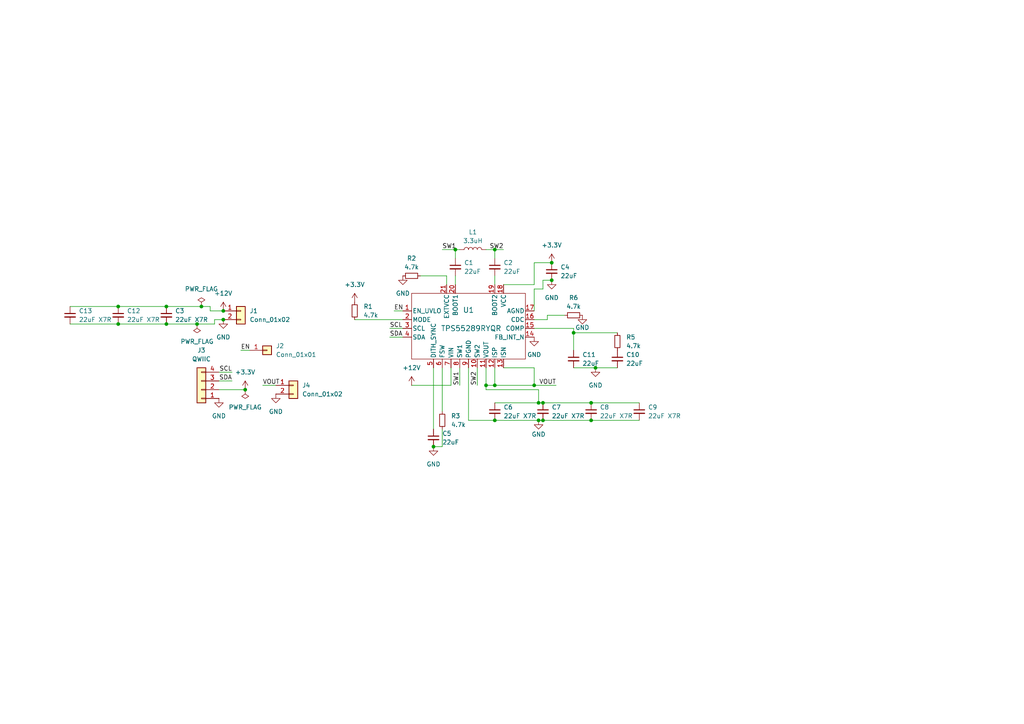
<source format=kicad_sch>
(kicad_sch
	(version 20250114)
	(generator "eeschema")
	(generator_version "9.0")
	(uuid "eaaaf870-8026-4144-9331-2cd72aa6a934")
	(paper "A4")
	(lib_symbols
		(symbol "Connector_Generic:Conn_01x01"
			(pin_names
				(offset 1.016)
				(hide yes)
			)
			(exclude_from_sim no)
			(in_bom yes)
			(on_board yes)
			(property "Reference" "J"
				(at 0 2.54 0)
				(effects
					(font
						(size 1.27 1.27)
					)
				)
			)
			(property "Value" "Conn_01x01"
				(at 0 -2.54 0)
				(effects
					(font
						(size 1.27 1.27)
					)
				)
			)
			(property "Footprint" ""
				(at 0 0 0)
				(effects
					(font
						(size 1.27 1.27)
					)
					(hide yes)
				)
			)
			(property "Datasheet" "~"
				(at 0 0 0)
				(effects
					(font
						(size 1.27 1.27)
					)
					(hide yes)
				)
			)
			(property "Description" "Generic connector, single row, 01x01, script generated (kicad-library-utils/schlib/autogen/connector/)"
				(at 0 0 0)
				(effects
					(font
						(size 1.27 1.27)
					)
					(hide yes)
				)
			)
			(property "ki_keywords" "connector"
				(at 0 0 0)
				(effects
					(font
						(size 1.27 1.27)
					)
					(hide yes)
				)
			)
			(property "ki_fp_filters" "Connector*:*_1x??_*"
				(at 0 0 0)
				(effects
					(font
						(size 1.27 1.27)
					)
					(hide yes)
				)
			)
			(symbol "Conn_01x01_1_1"
				(rectangle
					(start -1.27 1.27)
					(end 1.27 -1.27)
					(stroke
						(width 0.254)
						(type default)
					)
					(fill
						(type background)
					)
				)
				(rectangle
					(start -1.27 0.127)
					(end 0 -0.127)
					(stroke
						(width 0.1524)
						(type default)
					)
					(fill
						(type none)
					)
				)
				(pin passive line
					(at -5.08 0 0)
					(length 3.81)
					(name "Pin_1"
						(effects
							(font
								(size 1.27 1.27)
							)
						)
					)
					(number "1"
						(effects
							(font
								(size 1.27 1.27)
							)
						)
					)
				)
			)
			(embedded_fonts no)
		)
		(symbol "Connector_Generic:Conn_01x02"
			(pin_names
				(offset 1.016)
				(hide yes)
			)
			(exclude_from_sim no)
			(in_bom yes)
			(on_board yes)
			(property "Reference" "J"
				(at 0 2.54 0)
				(effects
					(font
						(size 1.27 1.27)
					)
				)
			)
			(property "Value" "Conn_01x02"
				(at 0 -5.08 0)
				(effects
					(font
						(size 1.27 1.27)
					)
				)
			)
			(property "Footprint" ""
				(at 0 0 0)
				(effects
					(font
						(size 1.27 1.27)
					)
					(hide yes)
				)
			)
			(property "Datasheet" "~"
				(at 0 0 0)
				(effects
					(font
						(size 1.27 1.27)
					)
					(hide yes)
				)
			)
			(property "Description" "Generic connector, single row, 01x02, script generated (kicad-library-utils/schlib/autogen/connector/)"
				(at 0 0 0)
				(effects
					(font
						(size 1.27 1.27)
					)
					(hide yes)
				)
			)
			(property "ki_keywords" "connector"
				(at 0 0 0)
				(effects
					(font
						(size 1.27 1.27)
					)
					(hide yes)
				)
			)
			(property "ki_fp_filters" "Connector*:*_1x??_*"
				(at 0 0 0)
				(effects
					(font
						(size 1.27 1.27)
					)
					(hide yes)
				)
			)
			(symbol "Conn_01x02_1_1"
				(rectangle
					(start -1.27 1.27)
					(end 1.27 -3.81)
					(stroke
						(width 0.254)
						(type default)
					)
					(fill
						(type background)
					)
				)
				(rectangle
					(start -1.27 0.127)
					(end 0 -0.127)
					(stroke
						(width 0.1524)
						(type default)
					)
					(fill
						(type none)
					)
				)
				(rectangle
					(start -1.27 -2.413)
					(end 0 -2.667)
					(stroke
						(width 0.1524)
						(type default)
					)
					(fill
						(type none)
					)
				)
				(pin passive line
					(at -5.08 0 0)
					(length 3.81)
					(name "Pin_1"
						(effects
							(font
								(size 1.27 1.27)
							)
						)
					)
					(number "1"
						(effects
							(font
								(size 1.27 1.27)
							)
						)
					)
				)
				(pin passive line
					(at -5.08 -2.54 0)
					(length 3.81)
					(name "Pin_2"
						(effects
							(font
								(size 1.27 1.27)
							)
						)
					)
					(number "2"
						(effects
							(font
								(size 1.27 1.27)
							)
						)
					)
				)
			)
			(embedded_fonts no)
		)
		(symbol "Connector_Generic:Conn_01x04"
			(pin_names
				(offset 1.016)
				(hide yes)
			)
			(exclude_from_sim no)
			(in_bom yes)
			(on_board yes)
			(property "Reference" "J"
				(at 0 5.08 0)
				(effects
					(font
						(size 1.27 1.27)
					)
				)
			)
			(property "Value" "Conn_01x04"
				(at 0 -7.62 0)
				(effects
					(font
						(size 1.27 1.27)
					)
				)
			)
			(property "Footprint" ""
				(at 0 0 0)
				(effects
					(font
						(size 1.27 1.27)
					)
					(hide yes)
				)
			)
			(property "Datasheet" "~"
				(at 0 0 0)
				(effects
					(font
						(size 1.27 1.27)
					)
					(hide yes)
				)
			)
			(property "Description" "Generic connector, single row, 01x04, script generated (kicad-library-utils/schlib/autogen/connector/)"
				(at 0 0 0)
				(effects
					(font
						(size 1.27 1.27)
					)
					(hide yes)
				)
			)
			(property "ki_keywords" "connector"
				(at 0 0 0)
				(effects
					(font
						(size 1.27 1.27)
					)
					(hide yes)
				)
			)
			(property "ki_fp_filters" "Connector*:*_1x??_*"
				(at 0 0 0)
				(effects
					(font
						(size 1.27 1.27)
					)
					(hide yes)
				)
			)
			(symbol "Conn_01x04_1_1"
				(rectangle
					(start -1.27 3.81)
					(end 1.27 -6.35)
					(stroke
						(width 0.254)
						(type default)
					)
					(fill
						(type background)
					)
				)
				(rectangle
					(start -1.27 2.667)
					(end 0 2.413)
					(stroke
						(width 0.1524)
						(type default)
					)
					(fill
						(type none)
					)
				)
				(rectangle
					(start -1.27 0.127)
					(end 0 -0.127)
					(stroke
						(width 0.1524)
						(type default)
					)
					(fill
						(type none)
					)
				)
				(rectangle
					(start -1.27 -2.413)
					(end 0 -2.667)
					(stroke
						(width 0.1524)
						(type default)
					)
					(fill
						(type none)
					)
				)
				(rectangle
					(start -1.27 -4.953)
					(end 0 -5.207)
					(stroke
						(width 0.1524)
						(type default)
					)
					(fill
						(type none)
					)
				)
				(pin passive line
					(at -5.08 2.54 0)
					(length 3.81)
					(name "Pin_1"
						(effects
							(font
								(size 1.27 1.27)
							)
						)
					)
					(number "1"
						(effects
							(font
								(size 1.27 1.27)
							)
						)
					)
				)
				(pin passive line
					(at -5.08 0 0)
					(length 3.81)
					(name "Pin_2"
						(effects
							(font
								(size 1.27 1.27)
							)
						)
					)
					(number "2"
						(effects
							(font
								(size 1.27 1.27)
							)
						)
					)
				)
				(pin passive line
					(at -5.08 -2.54 0)
					(length 3.81)
					(name "Pin_3"
						(effects
							(font
								(size 1.27 1.27)
							)
						)
					)
					(number "3"
						(effects
							(font
								(size 1.27 1.27)
							)
						)
					)
				)
				(pin passive line
					(at -5.08 -5.08 0)
					(length 3.81)
					(name "Pin_4"
						(effects
							(font
								(size 1.27 1.27)
							)
						)
					)
					(number "4"
						(effects
							(font
								(size 1.27 1.27)
							)
						)
					)
				)
			)
			(embedded_fonts no)
		)
		(symbol "Device:C_Small"
			(pin_numbers
				(hide yes)
			)
			(pin_names
				(offset 0.254)
				(hide yes)
			)
			(exclude_from_sim no)
			(in_bom yes)
			(on_board yes)
			(property "Reference" "C"
				(at 0.254 1.778 0)
				(effects
					(font
						(size 1.27 1.27)
					)
					(justify left)
				)
			)
			(property "Value" "C_Small"
				(at 0.254 -2.032 0)
				(effects
					(font
						(size 1.27 1.27)
					)
					(justify left)
				)
			)
			(property "Footprint" ""
				(at 0 0 0)
				(effects
					(font
						(size 1.27 1.27)
					)
					(hide yes)
				)
			)
			(property "Datasheet" "~"
				(at 0 0 0)
				(effects
					(font
						(size 1.27 1.27)
					)
					(hide yes)
				)
			)
			(property "Description" "Unpolarized capacitor, small symbol"
				(at 0 0 0)
				(effects
					(font
						(size 1.27 1.27)
					)
					(hide yes)
				)
			)
			(property "ki_keywords" "capacitor cap"
				(at 0 0 0)
				(effects
					(font
						(size 1.27 1.27)
					)
					(hide yes)
				)
			)
			(property "ki_fp_filters" "C_*"
				(at 0 0 0)
				(effects
					(font
						(size 1.27 1.27)
					)
					(hide yes)
				)
			)
			(symbol "C_Small_0_1"
				(polyline
					(pts
						(xy -1.524 0.508) (xy 1.524 0.508)
					)
					(stroke
						(width 0.3048)
						(type default)
					)
					(fill
						(type none)
					)
				)
				(polyline
					(pts
						(xy -1.524 -0.508) (xy 1.524 -0.508)
					)
					(stroke
						(width 0.3302)
						(type default)
					)
					(fill
						(type none)
					)
				)
			)
			(symbol "C_Small_1_1"
				(pin passive line
					(at 0 2.54 270)
					(length 2.032)
					(name "~"
						(effects
							(font
								(size 1.27 1.27)
							)
						)
					)
					(number "1"
						(effects
							(font
								(size 1.27 1.27)
							)
						)
					)
				)
				(pin passive line
					(at 0 -2.54 90)
					(length 2.032)
					(name "~"
						(effects
							(font
								(size 1.27 1.27)
							)
						)
					)
					(number "2"
						(effects
							(font
								(size 1.27 1.27)
							)
						)
					)
				)
			)
			(embedded_fonts no)
		)
		(symbol "Device:L"
			(pin_numbers
				(hide yes)
			)
			(pin_names
				(offset 1.016)
				(hide yes)
			)
			(exclude_from_sim no)
			(in_bom yes)
			(on_board yes)
			(property "Reference" "L"
				(at -1.27 0 90)
				(effects
					(font
						(size 1.27 1.27)
					)
				)
			)
			(property "Value" "L"
				(at 1.905 0 90)
				(effects
					(font
						(size 1.27 1.27)
					)
				)
			)
			(property "Footprint" ""
				(at 0 0 0)
				(effects
					(font
						(size 1.27 1.27)
					)
					(hide yes)
				)
			)
			(property "Datasheet" "~"
				(at 0 0 0)
				(effects
					(font
						(size 1.27 1.27)
					)
					(hide yes)
				)
			)
			(property "Description" "Inductor"
				(at 0 0 0)
				(effects
					(font
						(size 1.27 1.27)
					)
					(hide yes)
				)
			)
			(property "ki_keywords" "inductor choke coil reactor magnetic"
				(at 0 0 0)
				(effects
					(font
						(size 1.27 1.27)
					)
					(hide yes)
				)
			)
			(property "ki_fp_filters" "Choke_* *Coil* Inductor_* L_*"
				(at 0 0 0)
				(effects
					(font
						(size 1.27 1.27)
					)
					(hide yes)
				)
			)
			(symbol "L_0_1"
				(arc
					(start 0 2.54)
					(mid 0.6323 1.905)
					(end 0 1.27)
					(stroke
						(width 0)
						(type default)
					)
					(fill
						(type none)
					)
				)
				(arc
					(start 0 1.27)
					(mid 0.6323 0.635)
					(end 0 0)
					(stroke
						(width 0)
						(type default)
					)
					(fill
						(type none)
					)
				)
				(arc
					(start 0 0)
					(mid 0.6323 -0.635)
					(end 0 -1.27)
					(stroke
						(width 0)
						(type default)
					)
					(fill
						(type none)
					)
				)
				(arc
					(start 0 -1.27)
					(mid 0.6323 -1.905)
					(end 0 -2.54)
					(stroke
						(width 0)
						(type default)
					)
					(fill
						(type none)
					)
				)
			)
			(symbol "L_1_1"
				(pin passive line
					(at 0 3.81 270)
					(length 1.27)
					(name "1"
						(effects
							(font
								(size 1.27 1.27)
							)
						)
					)
					(number "1"
						(effects
							(font
								(size 1.27 1.27)
							)
						)
					)
				)
				(pin passive line
					(at 0 -3.81 90)
					(length 1.27)
					(name "2"
						(effects
							(font
								(size 1.27 1.27)
							)
						)
					)
					(number "2"
						(effects
							(font
								(size 1.27 1.27)
							)
						)
					)
				)
			)
			(embedded_fonts no)
		)
		(symbol "Device:R_Small"
			(pin_numbers
				(hide yes)
			)
			(pin_names
				(offset 0.254)
				(hide yes)
			)
			(exclude_from_sim no)
			(in_bom yes)
			(on_board yes)
			(property "Reference" "R"
				(at 0.762 0.508 0)
				(effects
					(font
						(size 1.27 1.27)
					)
					(justify left)
				)
			)
			(property "Value" "R_Small"
				(at 0.762 -1.016 0)
				(effects
					(font
						(size 1.27 1.27)
					)
					(justify left)
				)
			)
			(property "Footprint" ""
				(at 0 0 0)
				(effects
					(font
						(size 1.27 1.27)
					)
					(hide yes)
				)
			)
			(property "Datasheet" "~"
				(at 0 0 0)
				(effects
					(font
						(size 1.27 1.27)
					)
					(hide yes)
				)
			)
			(property "Description" "Resistor, small symbol"
				(at 0 0 0)
				(effects
					(font
						(size 1.27 1.27)
					)
					(hide yes)
				)
			)
			(property "ki_keywords" "R resistor"
				(at 0 0 0)
				(effects
					(font
						(size 1.27 1.27)
					)
					(hide yes)
				)
			)
			(property "ki_fp_filters" "R_*"
				(at 0 0 0)
				(effects
					(font
						(size 1.27 1.27)
					)
					(hide yes)
				)
			)
			(symbol "R_Small_0_1"
				(rectangle
					(start -0.762 1.778)
					(end 0.762 -1.778)
					(stroke
						(width 0.2032)
						(type default)
					)
					(fill
						(type none)
					)
				)
			)
			(symbol "R_Small_1_1"
				(pin passive line
					(at 0 2.54 270)
					(length 0.762)
					(name "~"
						(effects
							(font
								(size 1.27 1.27)
							)
						)
					)
					(number "1"
						(effects
							(font
								(size 1.27 1.27)
							)
						)
					)
				)
				(pin passive line
					(at 0 -2.54 90)
					(length 0.762)
					(name "~"
						(effects
							(font
								(size 1.27 1.27)
							)
						)
					)
					(number "2"
						(effects
							(font
								(size 1.27 1.27)
							)
						)
					)
				)
			)
			(embedded_fonts no)
		)
		(symbol "TPS55289:TPS55289RYQR"
			(pin_names
				(offset 0.254)
			)
			(exclude_from_sim no)
			(in_bom yes)
			(on_board yes)
			(property "Reference" "U"
				(at 0.254 1.524 0)
				(effects
					(font
						(size 1.524 1.524)
					)
				)
			)
			(property "Value" "TPS55289RYQR"
				(at 0.254 -1.016 0)
				(effects
					(font
						(size 1.524 1.524)
					)
				)
			)
			(property "Footprint" "TPS55289:RYQ0021A-MFG"
				(at 0.254 -1.016 0)
				(effects
					(font
						(size 1.27 1.27)
						(italic yes)
					)
					(hide yes)
				)
			)
			(property "Datasheet" "TPS55289RYQR"
				(at 0.254 -1.016 0)
				(effects
					(font
						(size 1.27 1.27)
						(italic yes)
					)
					(hide yes)
				)
			)
			(property "Description" ""
				(at 33.02 43.18 0)
				(effects
					(font
						(size 1.27 1.27)
					)
					(hide yes)
				)
			)
			(property "ki_keywords" "TPS55289RYQR"
				(at 0 0 0)
				(effects
					(font
						(size 1.27 1.27)
					)
					(hide yes)
				)
			)
			(property "ki_fp_filters" "RYQ0021A-MFG"
				(at 0 0 0)
				(effects
					(font
						(size 1.27 1.27)
					)
					(hide yes)
				)
			)
			(symbol "TPS55289RYQR_0_1"
				(pin unspecified line
					(at -19.05 3.81 0)
					(length 2.54)
					(name "EN_UVLO"
						(effects
							(font
								(size 1.27 1.27)
							)
						)
					)
					(number "1"
						(effects
							(font
								(size 1.27 1.27)
							)
						)
					)
				)
				(pin unspecified line
					(at -19.05 1.27 0)
					(length 2.54)
					(name "MODE"
						(effects
							(font
								(size 1.27 1.27)
							)
						)
					)
					(number "2"
						(effects
							(font
								(size 1.27 1.27)
							)
						)
					)
				)
				(pin unspecified line
					(at -19.05 -1.27 0)
					(length 2.54)
					(name "SCL"
						(effects
							(font
								(size 1.27 1.27)
							)
						)
					)
					(number "3"
						(effects
							(font
								(size 1.27 1.27)
							)
						)
					)
				)
				(pin unspecified line
					(at -19.05 -3.81 0)
					(length 2.54)
					(name "SDA"
						(effects
							(font
								(size 1.27 1.27)
							)
						)
					)
					(number "4"
						(effects
							(font
								(size 1.27 1.27)
							)
						)
					)
				)
				(pin unspecified line
					(at -10.16 -12.7 90)
					(length 2.54)
					(name "DITH_SYNC"
						(effects
							(font
								(size 1.27 1.27)
							)
						)
					)
					(number "5"
						(effects
							(font
								(size 1.27 1.27)
							)
						)
					)
				)
				(pin unspecified line
					(at -7.62 -12.7 90)
					(length 2.54)
					(name "FSW"
						(effects
							(font
								(size 1.27 1.27)
							)
						)
					)
					(number "6"
						(effects
							(font
								(size 1.27 1.27)
							)
						)
					)
				)
				(pin unspecified line
					(at -6.35 11.43 270)
					(length 2.54)
					(name "EXTVCC"
						(effects
							(font
								(size 1.27 1.27)
							)
						)
					)
					(number "21"
						(effects
							(font
								(size 1.27 1.27)
							)
						)
					)
				)
				(pin unspecified line
					(at -5.08 -12.7 90)
					(length 2.54)
					(name "VIN"
						(effects
							(font
								(size 1.27 1.27)
							)
						)
					)
					(number "7"
						(effects
							(font
								(size 1.27 1.27)
							)
						)
					)
				)
				(pin unspecified line
					(at -3.81 11.43 270)
					(length 2.54)
					(name "BOOT1"
						(effects
							(font
								(size 1.27 1.27)
							)
						)
					)
					(number "20"
						(effects
							(font
								(size 1.27 1.27)
							)
						)
					)
				)
				(pin unspecified line
					(at -2.54 -12.7 90)
					(length 2.54)
					(name "SW1"
						(effects
							(font
								(size 1.27 1.27)
							)
						)
					)
					(number "8"
						(effects
							(font
								(size 1.27 1.27)
							)
						)
					)
				)
				(pin unspecified line
					(at 0 -12.7 90)
					(length 2.54)
					(name "PGND"
						(effects
							(font
								(size 1.27 1.27)
							)
						)
					)
					(number "9"
						(effects
							(font
								(size 1.27 1.27)
							)
						)
					)
				)
				(pin unspecified line
					(at 2.54 -12.7 90)
					(length 2.54)
					(name "SW2"
						(effects
							(font
								(size 1.27 1.27)
							)
						)
					)
					(number "10"
						(effects
							(font
								(size 1.27 1.27)
							)
						)
					)
				)
				(pin unspecified line
					(at 5.08 -12.7 90)
					(length 2.54)
					(name "VOUT"
						(effects
							(font
								(size 1.27 1.27)
							)
						)
					)
					(number "11"
						(effects
							(font
								(size 1.27 1.27)
							)
						)
					)
				)
				(pin unspecified line
					(at 7.62 11.43 270)
					(length 2.54)
					(name "BOOT2"
						(effects
							(font
								(size 1.27 1.27)
							)
						)
					)
					(number "19"
						(effects
							(font
								(size 1.27 1.27)
							)
						)
					)
				)
				(pin unspecified line
					(at 7.62 -12.7 90)
					(length 2.54)
					(name "ISP"
						(effects
							(font
								(size 1.27 1.27)
							)
						)
					)
					(number "12"
						(effects
							(font
								(size 1.27 1.27)
							)
						)
					)
				)
				(pin unspecified line
					(at 10.16 11.43 270)
					(length 2.54)
					(name "VCC"
						(effects
							(font
								(size 1.27 1.27)
							)
						)
					)
					(number "18"
						(effects
							(font
								(size 1.27 1.27)
							)
						)
					)
				)
				(pin unspecified line
					(at 10.16 -12.7 90)
					(length 2.54)
					(name "ISN"
						(effects
							(font
								(size 1.27 1.27)
							)
						)
					)
					(number "13"
						(effects
							(font
								(size 1.27 1.27)
							)
						)
					)
				)
				(pin unspecified line
					(at 19.05 3.81 180)
					(length 2.54)
					(name "AGND"
						(effects
							(font
								(size 1.27 1.27)
							)
						)
					)
					(number "17"
						(effects
							(font
								(size 1.27 1.27)
							)
						)
					)
				)
				(pin unspecified line
					(at 19.05 1.27 180)
					(length 2.54)
					(name "CDC"
						(effects
							(font
								(size 1.27 1.27)
							)
						)
					)
					(number "16"
						(effects
							(font
								(size 1.27 1.27)
							)
						)
					)
				)
				(pin unspecified line
					(at 19.05 -1.27 180)
					(length 2.54)
					(name "COMP"
						(effects
							(font
								(size 1.27 1.27)
							)
						)
					)
					(number "15"
						(effects
							(font
								(size 1.27 1.27)
							)
						)
					)
				)
				(pin unspecified line
					(at 19.05 -3.81 180)
					(length 2.54)
					(name "FB_INT_N"
						(effects
							(font
								(size 1.27 1.27)
							)
						)
					)
					(number "14"
						(effects
							(font
								(size 1.27 1.27)
							)
						)
					)
				)
			)
			(symbol "TPS55289RYQR_1_1"
				(rectangle
					(start -16.51 8.89)
					(end 16.51 -10.16)
					(stroke
						(width 0)
						(type default)
					)
					(fill
						(type none)
					)
				)
			)
			(embedded_fonts no)
		)
		(symbol "power:+12V"
			(power)
			(pin_numbers
				(hide yes)
			)
			(pin_names
				(offset 0)
				(hide yes)
			)
			(exclude_from_sim no)
			(in_bom yes)
			(on_board yes)
			(property "Reference" "#PWR"
				(at 0 -3.81 0)
				(effects
					(font
						(size 1.27 1.27)
					)
					(hide yes)
				)
			)
			(property "Value" "+12V"
				(at 0 3.556 0)
				(effects
					(font
						(size 1.27 1.27)
					)
				)
			)
			(property "Footprint" ""
				(at 0 0 0)
				(effects
					(font
						(size 1.27 1.27)
					)
					(hide yes)
				)
			)
			(property "Datasheet" ""
				(at 0 0 0)
				(effects
					(font
						(size 1.27 1.27)
					)
					(hide yes)
				)
			)
			(property "Description" "Power symbol creates a global label with name \"+12V\""
				(at 0 0 0)
				(effects
					(font
						(size 1.27 1.27)
					)
					(hide yes)
				)
			)
			(property "ki_keywords" "global power"
				(at 0 0 0)
				(effects
					(font
						(size 1.27 1.27)
					)
					(hide yes)
				)
			)
			(symbol "+12V_0_1"
				(polyline
					(pts
						(xy -0.762 1.27) (xy 0 2.54)
					)
					(stroke
						(width 0)
						(type default)
					)
					(fill
						(type none)
					)
				)
				(polyline
					(pts
						(xy 0 2.54) (xy 0.762 1.27)
					)
					(stroke
						(width 0)
						(type default)
					)
					(fill
						(type none)
					)
				)
				(polyline
					(pts
						(xy 0 0) (xy 0 2.54)
					)
					(stroke
						(width 0)
						(type default)
					)
					(fill
						(type none)
					)
				)
			)
			(symbol "+12V_1_1"
				(pin power_in line
					(at 0 0 90)
					(length 0)
					(name "~"
						(effects
							(font
								(size 1.27 1.27)
							)
						)
					)
					(number "1"
						(effects
							(font
								(size 1.27 1.27)
							)
						)
					)
				)
			)
			(embedded_fonts no)
		)
		(symbol "power:+3.3V"
			(power)
			(pin_numbers
				(hide yes)
			)
			(pin_names
				(offset 0)
				(hide yes)
			)
			(exclude_from_sim no)
			(in_bom yes)
			(on_board yes)
			(property "Reference" "#PWR"
				(at 0 -3.81 0)
				(effects
					(font
						(size 1.27 1.27)
					)
					(hide yes)
				)
			)
			(property "Value" "+3.3V"
				(at 0 3.556 0)
				(effects
					(font
						(size 1.27 1.27)
					)
				)
			)
			(property "Footprint" ""
				(at 0 0 0)
				(effects
					(font
						(size 1.27 1.27)
					)
					(hide yes)
				)
			)
			(property "Datasheet" ""
				(at 0 0 0)
				(effects
					(font
						(size 1.27 1.27)
					)
					(hide yes)
				)
			)
			(property "Description" "Power symbol creates a global label with name \"+3.3V\""
				(at 0 0 0)
				(effects
					(font
						(size 1.27 1.27)
					)
					(hide yes)
				)
			)
			(property "ki_keywords" "global power"
				(at 0 0 0)
				(effects
					(font
						(size 1.27 1.27)
					)
					(hide yes)
				)
			)
			(symbol "+3.3V_0_1"
				(polyline
					(pts
						(xy -0.762 1.27) (xy 0 2.54)
					)
					(stroke
						(width 0)
						(type default)
					)
					(fill
						(type none)
					)
				)
				(polyline
					(pts
						(xy 0 2.54) (xy 0.762 1.27)
					)
					(stroke
						(width 0)
						(type default)
					)
					(fill
						(type none)
					)
				)
				(polyline
					(pts
						(xy 0 0) (xy 0 2.54)
					)
					(stroke
						(width 0)
						(type default)
					)
					(fill
						(type none)
					)
				)
			)
			(symbol "+3.3V_1_1"
				(pin power_in line
					(at 0 0 90)
					(length 0)
					(name "~"
						(effects
							(font
								(size 1.27 1.27)
							)
						)
					)
					(number "1"
						(effects
							(font
								(size 1.27 1.27)
							)
						)
					)
				)
			)
			(embedded_fonts no)
		)
		(symbol "power:GND"
			(power)
			(pin_numbers
				(hide yes)
			)
			(pin_names
				(offset 0)
				(hide yes)
			)
			(exclude_from_sim no)
			(in_bom yes)
			(on_board yes)
			(property "Reference" "#PWR"
				(at 0 -6.35 0)
				(effects
					(font
						(size 1.27 1.27)
					)
					(hide yes)
				)
			)
			(property "Value" "GND"
				(at 0 -3.81 0)
				(effects
					(font
						(size 1.27 1.27)
					)
				)
			)
			(property "Footprint" ""
				(at 0 0 0)
				(effects
					(font
						(size 1.27 1.27)
					)
					(hide yes)
				)
			)
			(property "Datasheet" ""
				(at 0 0 0)
				(effects
					(font
						(size 1.27 1.27)
					)
					(hide yes)
				)
			)
			(property "Description" "Power symbol creates a global label with name \"GND\" , ground"
				(at 0 0 0)
				(effects
					(font
						(size 1.27 1.27)
					)
					(hide yes)
				)
			)
			(property "ki_keywords" "global power"
				(at 0 0 0)
				(effects
					(font
						(size 1.27 1.27)
					)
					(hide yes)
				)
			)
			(symbol "GND_0_1"
				(polyline
					(pts
						(xy 0 0) (xy 0 -1.27) (xy 1.27 -1.27) (xy 0 -2.54) (xy -1.27 -1.27) (xy 0 -1.27)
					)
					(stroke
						(width 0)
						(type default)
					)
					(fill
						(type none)
					)
				)
			)
			(symbol "GND_1_1"
				(pin power_in line
					(at 0 0 270)
					(length 0)
					(name "~"
						(effects
							(font
								(size 1.27 1.27)
							)
						)
					)
					(number "1"
						(effects
							(font
								(size 1.27 1.27)
							)
						)
					)
				)
			)
			(embedded_fonts no)
		)
		(symbol "power:PWR_FLAG"
			(power)
			(pin_numbers
				(hide yes)
			)
			(pin_names
				(offset 0)
				(hide yes)
			)
			(exclude_from_sim no)
			(in_bom yes)
			(on_board yes)
			(property "Reference" "#FLG"
				(at 0 1.905 0)
				(effects
					(font
						(size 1.27 1.27)
					)
					(hide yes)
				)
			)
			(property "Value" "PWR_FLAG"
				(at 0 3.81 0)
				(effects
					(font
						(size 1.27 1.27)
					)
				)
			)
			(property "Footprint" ""
				(at 0 0 0)
				(effects
					(font
						(size 1.27 1.27)
					)
					(hide yes)
				)
			)
			(property "Datasheet" "~"
				(at 0 0 0)
				(effects
					(font
						(size 1.27 1.27)
					)
					(hide yes)
				)
			)
			(property "Description" "Special symbol for telling ERC where power comes from"
				(at 0 0 0)
				(effects
					(font
						(size 1.27 1.27)
					)
					(hide yes)
				)
			)
			(property "ki_keywords" "flag power"
				(at 0 0 0)
				(effects
					(font
						(size 1.27 1.27)
					)
					(hide yes)
				)
			)
			(symbol "PWR_FLAG_0_0"
				(pin power_out line
					(at 0 0 90)
					(length 0)
					(name "~"
						(effects
							(font
								(size 1.27 1.27)
							)
						)
					)
					(number "1"
						(effects
							(font
								(size 1.27 1.27)
							)
						)
					)
				)
			)
			(symbol "PWR_FLAG_0_1"
				(polyline
					(pts
						(xy 0 0) (xy 0 1.27) (xy -1.016 1.905) (xy 0 2.54) (xy 1.016 1.905) (xy 0 1.27)
					)
					(stroke
						(width 0)
						(type default)
					)
					(fill
						(type none)
					)
				)
			)
			(embedded_fonts no)
		)
	)
	(junction
		(at 156.21 121.92)
		(diameter 0)
		(color 0 0 0 0)
		(uuid "073027d3-3fb4-440f-9a39-c0ebde02f5c4")
	)
	(junction
		(at 64.77 90.17)
		(diameter 0)
		(color 0 0 0 0)
		(uuid "0c134352-509d-4087-8cc4-cb952eea6416")
	)
	(junction
		(at 166.37 96.52)
		(diameter 0)
		(color 0 0 0 0)
		(uuid "0df56608-5d6c-4269-874f-3331b0647e43")
	)
	(junction
		(at 132.08 72.39)
		(diameter 0)
		(color 0 0 0 0)
		(uuid "1676e525-85c4-4d1f-a5ef-849f0b614a81")
	)
	(junction
		(at 157.48 116.84)
		(diameter 0)
		(color 0 0 0 0)
		(uuid "1c6bec3b-b4d3-4f02-8155-8ebeb27efade")
	)
	(junction
		(at 34.29 93.98)
		(diameter 0)
		(color 0 0 0 0)
		(uuid "20e229d9-9e7f-4f6b-bdda-a0bf5cb05166")
	)
	(junction
		(at 171.45 116.84)
		(diameter 0)
		(color 0 0 0 0)
		(uuid "22db829f-78b4-4cb5-a800-9086e58e41c2")
	)
	(junction
		(at 160.02 76.2)
		(diameter 0)
		(color 0 0 0 0)
		(uuid "3683a049-7646-4159-ab57-0be061e156d8")
	)
	(junction
		(at 143.51 111.76)
		(diameter 0)
		(color 0 0 0 0)
		(uuid "3c59f62d-0cb9-49b1-80e8-3e61cc8db06d")
	)
	(junction
		(at 172.72 106.68)
		(diameter 0)
		(color 0 0 0 0)
		(uuid "525edd5e-ac42-495b-a18f-96f16a773008")
	)
	(junction
		(at 48.26 93.98)
		(diameter 0)
		(color 0 0 0 0)
		(uuid "52d08ce7-0610-48a7-bd24-2cdfcceea626")
	)
	(junction
		(at 48.26 88.9)
		(diameter 0)
		(color 0 0 0 0)
		(uuid "5598be57-40d8-43ff-8427-72cd5a4ccd80")
	)
	(junction
		(at 57.15 93.98)
		(diameter 0)
		(color 0 0 0 0)
		(uuid "5847ccd9-57db-4657-ba05-25a1ad6c9659")
	)
	(junction
		(at 154.94 111.76)
		(diameter 0)
		(color 0 0 0 0)
		(uuid "6f801bef-30e9-4047-8326-9661fa554b3c")
	)
	(junction
		(at 171.45 121.92)
		(diameter 0)
		(color 0 0 0 0)
		(uuid "71fbf89d-edb2-4fa9-b213-dce067ffb25a")
	)
	(junction
		(at 71.12 113.03)
		(diameter 0)
		(color 0 0 0 0)
		(uuid "7840be03-1d7b-4d3f-90fc-826377553c25")
	)
	(junction
		(at 58.42 88.9)
		(diameter 0)
		(color 0 0 0 0)
		(uuid "923e7423-106a-412c-9236-ab5bda80df68")
	)
	(junction
		(at 156.21 116.84)
		(diameter 0)
		(color 0 0 0 0)
		(uuid "93fd85b5-c667-4f45-ab91-933da2406425")
	)
	(junction
		(at 160.02 81.28)
		(diameter 0)
		(color 0 0 0 0)
		(uuid "9f121aef-538b-453a-afa5-944591549d16")
	)
	(junction
		(at 64.77 92.71)
		(diameter 0)
		(color 0 0 0 0)
		(uuid "a43e2dab-074f-4c1c-acb1-0b094898ecdf")
	)
	(junction
		(at 125.73 129.54)
		(diameter 0)
		(color 0 0 0 0)
		(uuid "ad82c39c-0876-4da5-a343-1925fcb50033")
	)
	(junction
		(at 157.48 121.92)
		(diameter 0)
		(color 0 0 0 0)
		(uuid "adcf8180-2cf4-4d20-bf1a-c14652b1e1ff")
	)
	(junction
		(at 143.51 72.39)
		(diameter 0)
		(color 0 0 0 0)
		(uuid "d982de97-e853-4ee7-ab15-403a94725c17")
	)
	(junction
		(at 143.51 121.92)
		(diameter 0)
		(color 0 0 0 0)
		(uuid "e1b89361-f4ac-4bb5-bceb-5dd2202641a5")
	)
	(junction
		(at 140.97 111.76)
		(diameter 0)
		(color 0 0 0 0)
		(uuid "e6679231-ffd9-4af1-a384-b2cfc377391a")
	)
	(junction
		(at 34.29 88.9)
		(diameter 0)
		(color 0 0 0 0)
		(uuid "e9464fed-dbf1-4dfc-be12-52cd9acfe26e")
	)
	(wire
		(pts
			(xy 20.32 93.98) (xy 34.29 93.98)
		)
		(stroke
			(width 0)
			(type default)
		)
		(uuid "0379438e-d5fe-481b-824b-2853df475348")
	)
	(wire
		(pts
			(xy 143.51 74.93) (xy 143.51 72.39)
		)
		(stroke
			(width 0)
			(type default)
		)
		(uuid "05f40cd9-4fa4-480a-a776-e1967bb0a969")
	)
	(wire
		(pts
			(xy 158.75 92.71) (xy 154.94 92.71)
		)
		(stroke
			(width 0)
			(type default)
		)
		(uuid "082c26fe-ebe8-4c27-9c2f-5053b123c316")
	)
	(wire
		(pts
			(xy 20.32 88.9) (xy 34.29 88.9)
		)
		(stroke
			(width 0)
			(type default)
		)
		(uuid "0901dd8c-dc56-44ed-a5f7-256d1d5d7277")
	)
	(wire
		(pts
			(xy 140.97 72.39) (xy 143.51 72.39)
		)
		(stroke
			(width 0)
			(type default)
		)
		(uuid "0c1f6659-9ff6-49b3-b767-cb639ac682f8")
	)
	(wire
		(pts
			(xy 154.94 106.68) (xy 154.94 111.76)
		)
		(stroke
			(width 0)
			(type default)
		)
		(uuid "0c6b559d-054e-48ae-a464-cc375586ee85")
	)
	(wire
		(pts
			(xy 57.15 93.98) (xy 62.23 93.98)
		)
		(stroke
			(width 0)
			(type default)
		)
		(uuid "0cb136b6-dd2a-4aef-85a1-4f565cea8967")
	)
	(wire
		(pts
			(xy 119.38 111.76) (xy 130.81 111.76)
		)
		(stroke
			(width 0)
			(type default)
		)
		(uuid "0ffe1b3c-02e7-4dce-80de-5f2c4a873721")
	)
	(wire
		(pts
			(xy 143.51 72.39) (xy 146.05 72.39)
		)
		(stroke
			(width 0)
			(type default)
		)
		(uuid "11e05a44-9c1f-41ce-a46c-6dba9d23b335")
	)
	(wire
		(pts
			(xy 60.96 88.9) (xy 60.96 90.17)
		)
		(stroke
			(width 0)
			(type default)
		)
		(uuid "13cf450b-7a0c-40a9-8a9b-453a5c1da42e")
	)
	(wire
		(pts
			(xy 128.27 129.54) (xy 125.73 129.54)
		)
		(stroke
			(width 0)
			(type default)
		)
		(uuid "1430235a-cbfb-4868-8bf3-0ed66b5592f8")
	)
	(wire
		(pts
			(xy 34.29 93.98) (xy 48.26 93.98)
		)
		(stroke
			(width 0)
			(type default)
		)
		(uuid "18178210-f28f-441b-9f16-5d98fb95cc9f")
	)
	(wire
		(pts
			(xy 60.96 90.17) (xy 64.77 90.17)
		)
		(stroke
			(width 0)
			(type default)
		)
		(uuid "2047403f-48c7-4596-9c88-c7e10d8f4139")
	)
	(wire
		(pts
			(xy 102.87 92.71) (xy 116.84 92.71)
		)
		(stroke
			(width 0)
			(type default)
		)
		(uuid "2156c68c-915c-4216-b596-ef1bfcdb891d")
	)
	(wire
		(pts
			(xy 166.37 101.6) (xy 166.37 96.52)
		)
		(stroke
			(width 0)
			(type default)
		)
		(uuid "21ed5c3d-5732-4932-a7f1-da7e6e6b3519")
	)
	(wire
		(pts
			(xy 157.48 116.84) (xy 156.21 116.84)
		)
		(stroke
			(width 0)
			(type default)
		)
		(uuid "23b84846-60dd-40a7-9a60-325ef9d83a46")
	)
	(wire
		(pts
			(xy 166.37 95.25) (xy 166.37 96.52)
		)
		(stroke
			(width 0)
			(type default)
		)
		(uuid "27c2a48a-8fcf-4f1f-86a0-8f5c4035ee82")
	)
	(wire
		(pts
			(xy 63.5 113.03) (xy 71.12 113.03)
		)
		(stroke
			(width 0)
			(type default)
		)
		(uuid "2c2c116c-75d4-49c7-819d-c0644e66b828")
	)
	(wire
		(pts
			(xy 172.72 106.68) (xy 179.07 106.68)
		)
		(stroke
			(width 0)
			(type default)
		)
		(uuid "2fd7fd65-dc40-4841-a079-d3604fe879b9")
	)
	(wire
		(pts
			(xy 58.42 88.9) (xy 60.96 88.9)
		)
		(stroke
			(width 0)
			(type default)
		)
		(uuid "3112c169-217d-4dbe-aa2a-629b6c6f4135")
	)
	(wire
		(pts
			(xy 171.45 121.92) (xy 185.42 121.92)
		)
		(stroke
			(width 0)
			(type default)
		)
		(uuid "3a857e28-906f-4deb-956b-4b9484fe2b2f")
	)
	(wire
		(pts
			(xy 154.94 76.2) (xy 160.02 76.2)
		)
		(stroke
			(width 0)
			(type default)
		)
		(uuid "3ed5aaef-bac3-4127-bac4-efa9e843eb43")
	)
	(wire
		(pts
			(xy 125.73 106.68) (xy 125.73 124.46)
		)
		(stroke
			(width 0)
			(type default)
		)
		(uuid "42ec1e4a-2c06-4426-8e33-2ae2933d5d31")
	)
	(wire
		(pts
			(xy 48.26 88.9) (xy 58.42 88.9)
		)
		(stroke
			(width 0)
			(type default)
		)
		(uuid "51e42902-7e79-4eee-be2e-eb83c13b9a32")
	)
	(wire
		(pts
			(xy 166.37 106.68) (xy 172.72 106.68)
		)
		(stroke
			(width 0)
			(type default)
		)
		(uuid "52cb717c-7775-494b-8f0d-b919b10c593d")
	)
	(wire
		(pts
			(xy 138.43 111.76) (xy 138.43 106.68)
		)
		(stroke
			(width 0)
			(type default)
		)
		(uuid "6192b3f3-5797-4019-9942-cb9b857c4edf")
	)
	(wire
		(pts
			(xy 113.03 97.79) (xy 116.84 97.79)
		)
		(stroke
			(width 0)
			(type default)
		)
		(uuid "63589923-0702-43ec-981b-0d8b2c66231e")
	)
	(wire
		(pts
			(xy 143.51 111.76) (xy 154.94 111.76)
		)
		(stroke
			(width 0)
			(type default)
		)
		(uuid "75e51324-e2fd-4b1c-865e-61e295297080")
	)
	(wire
		(pts
			(xy 146.05 82.55) (xy 154.94 82.55)
		)
		(stroke
			(width 0)
			(type default)
		)
		(uuid "76735afa-0d85-4d14-9a5b-2ebda9991241")
	)
	(wire
		(pts
			(xy 156.21 113.03) (xy 156.21 116.84)
		)
		(stroke
			(width 0)
			(type default)
		)
		(uuid "7733e796-0c13-4d94-b7e4-c42d8ffcfb4b")
	)
	(wire
		(pts
			(xy 154.94 90.17) (xy 154.94 83.82)
		)
		(stroke
			(width 0)
			(type default)
		)
		(uuid "77f2c989-3a46-4c85-9e69-6a4921d87675")
	)
	(wire
		(pts
			(xy 132.08 82.55) (xy 132.08 80.01)
		)
		(stroke
			(width 0)
			(type default)
		)
		(uuid "7902bf25-5386-48a4-93ac-bc59347c936f")
	)
	(wire
		(pts
			(xy 157.48 121.92) (xy 156.21 121.92)
		)
		(stroke
			(width 0)
			(type default)
		)
		(uuid "7c3d384c-c4ed-4ba3-af43-42b5c1598d03")
	)
	(wire
		(pts
			(xy 121.92 80.01) (xy 129.54 80.01)
		)
		(stroke
			(width 0)
			(type default)
		)
		(uuid "7deb4b08-09f6-4518-800d-96e1a8fc0fe4")
	)
	(wire
		(pts
			(xy 154.94 83.82) (xy 157.48 83.82)
		)
		(stroke
			(width 0)
			(type default)
		)
		(uuid "7f6e6ff0-406e-4044-bc22-0f26a0f83f9d")
	)
	(wire
		(pts
			(xy 69.85 101.6) (xy 72.39 101.6)
		)
		(stroke
			(width 0)
			(type default)
		)
		(uuid "80cdeb79-f10f-4c6a-a736-f4800a43db32")
	)
	(wire
		(pts
			(xy 154.94 95.25) (xy 166.37 95.25)
		)
		(stroke
			(width 0)
			(type default)
		)
		(uuid "8d613a8e-3422-44c0-b737-8f6f706250e0")
	)
	(wire
		(pts
			(xy 163.83 91.44) (xy 158.75 91.44)
		)
		(stroke
			(width 0)
			(type default)
		)
		(uuid "925f37e8-4c3e-4c90-8df1-3de64860d69a")
	)
	(wire
		(pts
			(xy 157.48 81.28) (xy 160.02 81.28)
		)
		(stroke
			(width 0)
			(type default)
		)
		(uuid "958772e9-7d3d-46ea-98bb-d498a2c2207c")
	)
	(wire
		(pts
			(xy 171.45 116.84) (xy 185.42 116.84)
		)
		(stroke
			(width 0)
			(type default)
		)
		(uuid "961e7501-1440-4d66-ab4f-ca336521c909")
	)
	(wire
		(pts
			(xy 133.35 111.76) (xy 133.35 106.68)
		)
		(stroke
			(width 0)
			(type default)
		)
		(uuid "98be03a2-2f6f-4d94-947e-bcfbc880c3a2")
	)
	(wire
		(pts
			(xy 158.75 91.44) (xy 158.75 92.71)
		)
		(stroke
			(width 0)
			(type default)
		)
		(uuid "98c69363-9086-4ee1-85a6-7691fa256cd2")
	)
	(wire
		(pts
			(xy 166.37 96.52) (xy 179.07 96.52)
		)
		(stroke
			(width 0)
			(type default)
		)
		(uuid "a4224a7e-04dc-4ca6-b0a3-b84a96780edc")
	)
	(wire
		(pts
			(xy 128.27 106.68) (xy 128.27 119.38)
		)
		(stroke
			(width 0)
			(type default)
		)
		(uuid "a6180f12-fd73-47e1-bfba-6afe42e8d9f4")
	)
	(wire
		(pts
			(xy 76.2 111.76) (xy 80.01 111.76)
		)
		(stroke
			(width 0)
			(type default)
		)
		(uuid "a6cd04eb-3a1c-455d-a24a-b7381619020b")
	)
	(wire
		(pts
			(xy 132.08 72.39) (xy 133.35 72.39)
		)
		(stroke
			(width 0)
			(type default)
		)
		(uuid "af61b6ca-54b3-4691-811f-f1aa10cc25e8")
	)
	(wire
		(pts
			(xy 154.94 111.76) (xy 161.29 111.76)
		)
		(stroke
			(width 0)
			(type default)
		)
		(uuid "b0a647bb-9f7d-4822-9b95-b77b3eb7d00e")
	)
	(wire
		(pts
			(xy 146.05 106.68) (xy 154.94 106.68)
		)
		(stroke
			(width 0)
			(type default)
		)
		(uuid "b3be8241-384f-4611-a26f-a4b35ea1477d")
	)
	(wire
		(pts
			(xy 114.3 90.17) (xy 116.84 90.17)
		)
		(stroke
			(width 0)
			(type default)
		)
		(uuid "b5d8ab5f-4f7f-4e0d-8d09-f2f1ec14fbf5")
	)
	(wire
		(pts
			(xy 143.51 82.55) (xy 143.51 80.01)
		)
		(stroke
			(width 0)
			(type default)
		)
		(uuid "b7f3eaa0-dfaa-4630-b639-5dd440ab78fc")
	)
	(wire
		(pts
			(xy 143.51 106.68) (xy 143.51 111.76)
		)
		(stroke
			(width 0)
			(type default)
		)
		(uuid "b8dc44e2-8a30-4171-a4e7-d78b9ebcdb2e")
	)
	(wire
		(pts
			(xy 135.89 106.68) (xy 135.89 121.92)
		)
		(stroke
			(width 0)
			(type default)
		)
		(uuid "bb475b92-00c4-42b8-9a63-6462f6ccce82")
	)
	(wire
		(pts
			(xy 67.31 110.49) (xy 63.5 110.49)
		)
		(stroke
			(width 0)
			(type default)
		)
		(uuid "bc4de57c-4bcb-4eb6-b541-5111ebac4b0c")
	)
	(wire
		(pts
			(xy 154.94 82.55) (xy 154.94 76.2)
		)
		(stroke
			(width 0)
			(type default)
		)
		(uuid "c1cc25db-4aa9-4e93-8ab2-f85f3b002697")
	)
	(wire
		(pts
			(xy 135.89 121.92) (xy 143.51 121.92)
		)
		(stroke
			(width 0)
			(type default)
		)
		(uuid "c349dd07-1f19-4e64-824b-680e19fe8ae2")
	)
	(wire
		(pts
			(xy 143.51 116.84) (xy 156.21 116.84)
		)
		(stroke
			(width 0)
			(type default)
		)
		(uuid "c44f047d-af61-40e4-b20c-629f07f043fd")
	)
	(wire
		(pts
			(xy 62.23 92.71) (xy 64.77 92.71)
		)
		(stroke
			(width 0)
			(type default)
		)
		(uuid "c90273cb-8bc3-4b5c-8711-aaf502f956db")
	)
	(wire
		(pts
			(xy 140.97 111.76) (xy 140.97 106.68)
		)
		(stroke
			(width 0)
			(type default)
		)
		(uuid "ca0351ef-12e7-42c2-9dc0-541773e3b289")
	)
	(wire
		(pts
			(xy 130.81 111.76) (xy 130.81 106.68)
		)
		(stroke
			(width 0)
			(type default)
		)
		(uuid "cc6e2db2-5652-47db-b5fb-83b66654d105")
	)
	(wire
		(pts
			(xy 128.27 124.46) (xy 128.27 129.54)
		)
		(stroke
			(width 0)
			(type default)
		)
		(uuid "d5240071-7ea0-46c6-95e7-4d1dd56efb5c")
	)
	(wire
		(pts
			(xy 62.23 93.98) (xy 62.23 92.71)
		)
		(stroke
			(width 0)
			(type default)
		)
		(uuid "d71a673f-f092-44af-af76-7e25bf1e964a")
	)
	(wire
		(pts
			(xy 140.97 113.03) (xy 156.21 113.03)
		)
		(stroke
			(width 0)
			(type default)
		)
		(uuid "d811a386-b9f1-4f64-8e50-3248061aae68")
	)
	(wire
		(pts
			(xy 48.26 93.98) (xy 57.15 93.98)
		)
		(stroke
			(width 0)
			(type default)
		)
		(uuid "da2af293-5b8d-497d-9d37-3bb14b204a27")
	)
	(wire
		(pts
			(xy 157.48 116.84) (xy 171.45 116.84)
		)
		(stroke
			(width 0)
			(type default)
		)
		(uuid "db42097d-de75-438f-8445-60b222bcf205")
	)
	(wire
		(pts
			(xy 143.51 111.76) (xy 140.97 111.76)
		)
		(stroke
			(width 0)
			(type default)
		)
		(uuid "dcb75e73-9482-427a-9d36-f14003c61b3f")
	)
	(wire
		(pts
			(xy 140.97 113.03) (xy 140.97 111.76)
		)
		(stroke
			(width 0)
			(type default)
		)
		(uuid "e1c16031-cb9d-40d6-8f6e-3a4b90b3440e")
	)
	(wire
		(pts
			(xy 34.29 88.9) (xy 48.26 88.9)
		)
		(stroke
			(width 0)
			(type default)
		)
		(uuid "e1f397c0-fd31-45bc-a0f0-af6e076854fe")
	)
	(wire
		(pts
			(xy 67.31 107.95) (xy 63.5 107.95)
		)
		(stroke
			(width 0)
			(type default)
		)
		(uuid "e8422747-4be2-4e27-bb96-ac1fc14e9079")
	)
	(wire
		(pts
			(xy 143.51 121.92) (xy 156.21 121.92)
		)
		(stroke
			(width 0)
			(type default)
		)
		(uuid "ece29064-50bf-4dbe-b4c5-5070a26a5ba7")
	)
	(wire
		(pts
			(xy 157.48 83.82) (xy 157.48 81.28)
		)
		(stroke
			(width 0)
			(type default)
		)
		(uuid "eeb01d38-312d-4688-8a31-36196b9bd55f")
	)
	(wire
		(pts
			(xy 113.03 95.25) (xy 116.84 95.25)
		)
		(stroke
			(width 0)
			(type default)
		)
		(uuid "ef8962ae-2efb-4efd-807e-12a482849e17")
	)
	(wire
		(pts
			(xy 129.54 80.01) (xy 129.54 82.55)
		)
		(stroke
			(width 0)
			(type default)
		)
		(uuid "f2754655-513d-4365-8382-66754f7e2063")
	)
	(wire
		(pts
			(xy 132.08 74.93) (xy 132.08 72.39)
		)
		(stroke
			(width 0)
			(type default)
		)
		(uuid "f3fca536-c3d9-4ab1-970f-c01116b225c0")
	)
	(wire
		(pts
			(xy 128.27 72.39) (xy 132.08 72.39)
		)
		(stroke
			(width 0)
			(type default)
		)
		(uuid "fa4959aa-dd32-4109-86c9-683f32153a9a")
	)
	(wire
		(pts
			(xy 157.48 121.92) (xy 171.45 121.92)
		)
		(stroke
			(width 0)
			(type default)
		)
		(uuid "fff0ade2-7a53-4377-864e-cc376d65b5a6")
	)
	(label "SCL"
		(at 113.03 95.25 0)
		(effects
			(font
				(size 1.27 1.27)
			)
			(justify left bottom)
		)
		(uuid "0c08296f-4090-401a-b249-312b184a3544")
	)
	(label "SW1"
		(at 128.27 72.39 0)
		(effects
			(font
				(size 1.27 1.27)
			)
			(justify left bottom)
		)
		(uuid "10a02b62-4846-4478-8ebd-e3f31a7d4375")
	)
	(label "SW1"
		(at 133.35 111.76 90)
		(effects
			(font
				(size 1.27 1.27)
			)
			(justify left bottom)
		)
		(uuid "155b2904-6049-4f17-8404-6d7bcd9ec024")
	)
	(label "EN"
		(at 114.3 90.17 0)
		(effects
			(font
				(size 1.27 1.27)
			)
			(justify left bottom)
		)
		(uuid "15e48e88-c830-4f3a-b71a-8768534e254b")
	)
	(label "SDA"
		(at 67.31 110.49 180)
		(effects
			(font
				(size 1.27 1.27)
			)
			(justify right bottom)
		)
		(uuid "18b1755f-b06c-4d05-8425-6693e1cd5ab7")
	)
	(label "SDA"
		(at 113.03 97.79 0)
		(effects
			(font
				(size 1.27 1.27)
			)
			(justify left bottom)
		)
		(uuid "4bf28f63-36a7-4fab-a21d-f0f79c05f784")
	)
	(label "VOUT"
		(at 76.2 111.76 0)
		(effects
			(font
				(size 1.27 1.27)
			)
			(justify left bottom)
		)
		(uuid "7617ec50-9494-45a0-8229-ba80586a14b4")
	)
	(label "VOUT"
		(at 161.29 111.76 180)
		(effects
			(font
				(size 1.27 1.27)
			)
			(justify right bottom)
		)
		(uuid "a3a6a88d-bbc3-410c-bdb4-abeb3ff362ec")
	)
	(label "SW2"
		(at 138.43 111.76 90)
		(effects
			(font
				(size 1.27 1.27)
			)
			(justify left bottom)
		)
		(uuid "af12d883-f33b-4090-b5b9-d59dcc68b1cb")
	)
	(label "SCL"
		(at 67.31 107.95 180)
		(effects
			(font
				(size 1.27 1.27)
			)
			(justify right bottom)
		)
		(uuid "b38d3f04-947f-42eb-80db-104196673db0")
	)
	(label "EN"
		(at 69.85 101.6 0)
		(effects
			(font
				(size 1.27 1.27)
			)
			(justify left bottom)
		)
		(uuid "d5b018d0-f049-49e2-99d6-5fa675a3d8d4")
	)
	(label "SW2"
		(at 146.05 72.39 180)
		(effects
			(font
				(size 1.27 1.27)
			)
			(justify right bottom)
		)
		(uuid "f1cfbae4-3abd-4bed-9952-ddec7b7a17d9")
	)
	(symbol
		(lib_id "Device:C_Small")
		(at 20.32 91.44 0)
		(unit 1)
		(exclude_from_sim no)
		(in_bom yes)
		(on_board yes)
		(dnp no)
		(fields_autoplaced yes)
		(uuid "02a848e0-7fe4-4c69-9c1d-fd84ef3c5ea7")
		(property "Reference" "C13"
			(at 22.86 90.1762 0)
			(effects
				(font
					(size 1.27 1.27)
				)
				(justify left)
			)
		)
		(property "Value" "22uF X7R"
			(at 22.86 92.7162 0)
			(effects
				(font
					(size 1.27 1.27)
				)
				(justify left)
			)
		)
		(property "Footprint" "Capacitor_SMD:C_1210_3225Metric_Pad1.33x2.70mm_HandSolder"
			(at 20.32 91.44 0)
			(effects
				(font
					(size 1.27 1.27)
				)
				(hide yes)
			)
		)
		(property "Datasheet" "~"
			(at 20.32 91.44 0)
			(effects
				(font
					(size 1.27 1.27)
				)
				(hide yes)
			)
		)
		(property "Description" "Unpolarized capacitor, small symbol"
			(at 20.32 91.44 0)
			(effects
				(font
					(size 1.27 1.27)
				)
				(hide yes)
			)
		)
		(pin "2"
			(uuid "dae1a69b-6a8a-4d0f-9646-2ebaa745dad8")
		)
		(pin "1"
			(uuid "3bb57afb-1df1-4f22-bf11-4aa9a0d9097a")
		)
		(instances
			(project "12VBuckBoost"
				(path "/eaaaf870-8026-4144-9331-2cd72aa6a934"
					(reference "C13")
					(unit 1)
				)
			)
		)
	)
	(symbol
		(lib_id "power:GND")
		(at 64.77 92.71 0)
		(unit 1)
		(exclude_from_sim no)
		(in_bom yes)
		(on_board yes)
		(dnp no)
		(fields_autoplaced yes)
		(uuid "12f2648f-fe90-4073-8e17-5129f3527b32")
		(property "Reference" "#PWR02"
			(at 64.77 99.06 0)
			(effects
				(font
					(size 1.27 1.27)
				)
				(hide yes)
			)
		)
		(property "Value" "GND"
			(at 64.77 97.79 0)
			(effects
				(font
					(size 1.27 1.27)
				)
			)
		)
		(property "Footprint" ""
			(at 64.77 92.71 0)
			(effects
				(font
					(size 1.27 1.27)
				)
				(hide yes)
			)
		)
		(property "Datasheet" ""
			(at 64.77 92.71 0)
			(effects
				(font
					(size 1.27 1.27)
				)
				(hide yes)
			)
		)
		(property "Description" "Power symbol creates a global label with name \"GND\" , ground"
			(at 64.77 92.71 0)
			(effects
				(font
					(size 1.27 1.27)
				)
				(hide yes)
			)
		)
		(pin "1"
			(uuid "fff61c46-9708-4afd-a970-e53922d72190")
		)
		(instances
			(project ""
				(path "/eaaaf870-8026-4144-9331-2cd72aa6a934"
					(reference "#PWR02")
					(unit 1)
				)
			)
		)
	)
	(symbol
		(lib_id "Device:C_Small")
		(at 171.45 119.38 0)
		(unit 1)
		(exclude_from_sim no)
		(in_bom yes)
		(on_board yes)
		(dnp no)
		(fields_autoplaced yes)
		(uuid "1a8dd026-4bd5-4a35-843e-87462b1fd758")
		(property "Reference" "C8"
			(at 173.99 118.1162 0)
			(effects
				(font
					(size 1.27 1.27)
				)
				(justify left)
			)
		)
		(property "Value" "22uF X7R"
			(at 173.99 120.6562 0)
			(effects
				(font
					(size 1.27 1.27)
				)
				(justify left)
			)
		)
		(property "Footprint" "Capacitor_SMD:C_1210_3225Metric_Pad1.33x2.70mm_HandSolder"
			(at 171.45 119.38 0)
			(effects
				(font
					(size 1.27 1.27)
				)
				(hide yes)
			)
		)
		(property "Datasheet" "~"
			(at 171.45 119.38 0)
			(effects
				(font
					(size 1.27 1.27)
				)
				(hide yes)
			)
		)
		(property "Description" "Unpolarized capacitor, small symbol"
			(at 171.45 119.38 0)
			(effects
				(font
					(size 1.27 1.27)
				)
				(hide yes)
			)
		)
		(pin "2"
			(uuid "dd377d65-f4aa-483a-9c64-cec0d53c2060")
		)
		(pin "1"
			(uuid "ce00edc9-caa1-4b8a-b01a-89a544eec65c")
		)
		(instances
			(project ""
				(path "/eaaaf870-8026-4144-9331-2cd72aa6a934"
					(reference "C8")
					(unit 1)
				)
			)
		)
	)
	(symbol
		(lib_id "power:PWR_FLAG")
		(at 71.12 113.03 180)
		(unit 1)
		(exclude_from_sim no)
		(in_bom yes)
		(on_board yes)
		(dnp no)
		(fields_autoplaced yes)
		(uuid "20f2951e-f342-4e87-983b-f5818cd3708b")
		(property "Reference" "#FLG03"
			(at 71.12 114.935 0)
			(effects
				(font
					(size 1.27 1.27)
				)
				(hide yes)
			)
		)
		(property "Value" "PWR_FLAG"
			(at 71.12 118.11 0)
			(effects
				(font
					(size 1.27 1.27)
				)
			)
		)
		(property "Footprint" ""
			(at 71.12 113.03 0)
			(effects
				(font
					(size 1.27 1.27)
				)
				(hide yes)
			)
		)
		(property "Datasheet" "~"
			(at 71.12 113.03 0)
			(effects
				(font
					(size 1.27 1.27)
				)
				(hide yes)
			)
		)
		(property "Description" "Special symbol for telling ERC where power comes from"
			(at 71.12 113.03 0)
			(effects
				(font
					(size 1.27 1.27)
				)
				(hide yes)
			)
		)
		(pin "1"
			(uuid "366071c2-2a5e-4fe0-97b1-98105cf4fbb8")
		)
		(instances
			(project ""
				(path "/eaaaf870-8026-4144-9331-2cd72aa6a934"
					(reference "#FLG03")
					(unit 1)
				)
			)
		)
	)
	(symbol
		(lib_id "Device:C_Small")
		(at 34.29 91.44 0)
		(unit 1)
		(exclude_from_sim no)
		(in_bom yes)
		(on_board yes)
		(dnp no)
		(fields_autoplaced yes)
		(uuid "273c043d-f4a6-4378-8195-74668f0757a0")
		(property "Reference" "C12"
			(at 36.83 90.1762 0)
			(effects
				(font
					(size 1.27 1.27)
				)
				(justify left)
			)
		)
		(property "Value" "22uF X7R"
			(at 36.83 92.7162 0)
			(effects
				(font
					(size 1.27 1.27)
				)
				(justify left)
			)
		)
		(property "Footprint" "Capacitor_SMD:C_1210_3225Metric_Pad1.33x2.70mm_HandSolder"
			(at 34.29 91.44 0)
			(effects
				(font
					(size 1.27 1.27)
				)
				(hide yes)
			)
		)
		(property "Datasheet" "~"
			(at 34.29 91.44 0)
			(effects
				(font
					(size 1.27 1.27)
				)
				(hide yes)
			)
		)
		(property "Description" "Unpolarized capacitor, small symbol"
			(at 34.29 91.44 0)
			(effects
				(font
					(size 1.27 1.27)
				)
				(hide yes)
			)
		)
		(pin "2"
			(uuid "4188c005-8c3a-4283-a13b-4cca2821d47b")
		)
		(pin "1"
			(uuid "7df865f5-2e6f-4410-8ab0-1b99ee22b464")
		)
		(instances
			(project "12VBuckBoost"
				(path "/eaaaf870-8026-4144-9331-2cd72aa6a934"
					(reference "C12")
					(unit 1)
				)
			)
		)
	)
	(symbol
		(lib_id "Device:R_Small")
		(at 179.07 99.06 0)
		(unit 1)
		(exclude_from_sim no)
		(in_bom yes)
		(on_board yes)
		(dnp no)
		(fields_autoplaced yes)
		(uuid "2f0e47a7-8c5c-44cf-9de4-f5acf686e9af")
		(property "Reference" "R5"
			(at 181.61 97.7899 0)
			(effects
				(font
					(size 1.27 1.27)
				)
				(justify left)
			)
		)
		(property "Value" "4.7k"
			(at 181.61 100.3299 0)
			(effects
				(font
					(size 1.27 1.27)
				)
				(justify left)
			)
		)
		(property "Footprint" "Resistor_SMD:R_1210_3225Metric_Pad1.30x2.65mm_HandSolder"
			(at 179.07 99.06 0)
			(effects
				(font
					(size 1.27 1.27)
				)
				(hide yes)
			)
		)
		(property "Datasheet" "~"
			(at 179.07 99.06 0)
			(effects
				(font
					(size 1.27 1.27)
				)
				(hide yes)
			)
		)
		(property "Description" "Resistor, small symbol"
			(at 179.07 99.06 0)
			(effects
				(font
					(size 1.27 1.27)
				)
				(hide yes)
			)
		)
		(pin "2"
			(uuid "b72e6c12-5280-4eb4-9cf6-4ee243c0a292")
		)
		(pin "1"
			(uuid "2e6b4125-47dc-47d2-a4fd-79b12abdf82f")
		)
		(instances
			(project ""
				(path "/eaaaf870-8026-4144-9331-2cd72aa6a934"
					(reference "R5")
					(unit 1)
				)
			)
		)
	)
	(symbol
		(lib_id "TPS55289:TPS55289RYQR")
		(at 135.89 93.98 0)
		(unit 1)
		(exclude_from_sim no)
		(in_bom yes)
		(on_board yes)
		(dnp no)
		(uuid "4aac7322-3838-4ddb-95a9-9692675998cf")
		(property "Reference" "U1"
			(at 135.89 89.916 0)
			(effects
				(font
					(size 1.524 1.524)
				)
			)
		)
		(property "Value" "TPS55289RYQR"
			(at 136.652 95.25 0)
			(effects
				(font
					(size 1.524 1.524)
				)
			)
		)
		(property "Footprint" "TPS55289:RYQ0021A-MFG"
			(at 136.144 94.996 0)
			(effects
				(font
					(size 1.27 1.27)
					(italic yes)
				)
				(hide yes)
			)
		)
		(property "Datasheet" "TPS55289RYQR"
			(at 136.144 94.996 0)
			(effects
				(font
					(size 1.27 1.27)
					(italic yes)
				)
				(hide yes)
			)
		)
		(property "Description" ""
			(at 168.91 50.8 0)
			(effects
				(font
					(size 1.27 1.27)
				)
				(hide yes)
			)
		)
		(pin "16"
			(uuid "985b45e4-407a-4b3c-bc41-a4456a7b12be")
		)
		(pin "13"
			(uuid "693c2438-480f-496f-860b-23d814eaa2a0")
		)
		(pin "8"
			(uuid "b26b8983-3110-4c49-b9ac-4b9b1e28e504")
		)
		(pin "14"
			(uuid "bd9643d4-2d69-403c-bd09-d68778f0f83c")
		)
		(pin "1"
			(uuid "0860d3de-3831-42ea-92e6-08c357ef83d2")
		)
		(pin "2"
			(uuid "3671711c-7dcf-4f0e-a1e5-b203d4843609")
		)
		(pin "5"
			(uuid "02101822-b6a8-4323-bd95-bac93601ec04")
		)
		(pin "7"
			(uuid "7c22c779-c124-490b-b6e7-ddb9109d31b7")
		)
		(pin "3"
			(uuid "c686a8d7-69a3-4f06-92d0-bd2032af5da4")
		)
		(pin "21"
			(uuid "0bacf2aa-4c3b-42a8-9120-f9fd8a366594")
		)
		(pin "20"
			(uuid "d8ba3ce2-8ad0-4c45-bb6c-89d2dd8ea692")
		)
		(pin "9"
			(uuid "ec69a595-3f8c-406c-9ab2-be01f9bbc3dc")
		)
		(pin "18"
			(uuid "cc425605-2a77-40e2-bb42-8fb66b6a8616")
		)
		(pin "4"
			(uuid "1ccae594-cef3-4323-96bf-ef06b18ef6af")
		)
		(pin "6"
			(uuid "1e26f78f-a879-485f-82ae-08256edc5970")
		)
		(pin "11"
			(uuid "bca083ae-d8d8-4cab-bf35-4e8a1ec5cfe9")
		)
		(pin "19"
			(uuid "02613d86-0634-439d-8038-dae61115fb99")
		)
		(pin "12"
			(uuid "ea09e926-2929-40b1-9606-6e1744023398")
		)
		(pin "10"
			(uuid "68f56942-ae0c-4525-9a1f-49b62be88a63")
		)
		(pin "17"
			(uuid "881394cb-d9f5-49ab-9d86-2924c8b57b2e")
		)
		(pin "15"
			(uuid "54a73c12-d121-4a72-9761-713673c4de04")
		)
		(instances
			(project ""
				(path "/eaaaf870-8026-4144-9331-2cd72aa6a934"
					(reference "U1")
					(unit 1)
				)
			)
		)
	)
	(symbol
		(lib_id "power:+3.3V")
		(at 160.02 76.2 0)
		(unit 1)
		(exclude_from_sim no)
		(in_bom yes)
		(on_board yes)
		(dnp no)
		(fields_autoplaced yes)
		(uuid "4af5e71a-eaaf-49c9-a41d-7aedce9fbcee")
		(property "Reference" "#PWR03"
			(at 160.02 80.01 0)
			(effects
				(font
					(size 1.27 1.27)
				)
				(hide yes)
			)
		)
		(property "Value" "+3.3V"
			(at 160.02 71.12 0)
			(effects
				(font
					(size 1.27 1.27)
				)
			)
		)
		(property "Footprint" ""
			(at 160.02 76.2 0)
			(effects
				(font
					(size 1.27 1.27)
				)
				(hide yes)
			)
		)
		(property "Datasheet" ""
			(at 160.02 76.2 0)
			(effects
				(font
					(size 1.27 1.27)
				)
				(hide yes)
			)
		)
		(property "Description" "Power symbol creates a global label with name \"+3.3V\""
			(at 160.02 76.2 0)
			(effects
				(font
					(size 1.27 1.27)
				)
				(hide yes)
			)
		)
		(pin "1"
			(uuid "bf7fc21f-6d06-4470-b467-5b3101a0df5e")
		)
		(instances
			(project ""
				(path "/eaaaf870-8026-4144-9331-2cd72aa6a934"
					(reference "#PWR03")
					(unit 1)
				)
			)
		)
	)
	(symbol
		(lib_id "power:GND")
		(at 125.73 129.54 0)
		(unit 1)
		(exclude_from_sim no)
		(in_bom yes)
		(on_board yes)
		(dnp no)
		(fields_autoplaced yes)
		(uuid "5029e998-1955-4cda-b1f1-f1831d0014b0")
		(property "Reference" "#PWR09"
			(at 125.73 135.89 0)
			(effects
				(font
					(size 1.27 1.27)
				)
				(hide yes)
			)
		)
		(property "Value" "GND"
			(at 125.73 134.62 0)
			(effects
				(font
					(size 1.27 1.27)
				)
			)
		)
		(property "Footprint" ""
			(at 125.73 129.54 0)
			(effects
				(font
					(size 1.27 1.27)
				)
				(hide yes)
			)
		)
		(property "Datasheet" ""
			(at 125.73 129.54 0)
			(effects
				(font
					(size 1.27 1.27)
				)
				(hide yes)
			)
		)
		(property "Description" "Power symbol creates a global label with name \"GND\" , ground"
			(at 125.73 129.54 0)
			(effects
				(font
					(size 1.27 1.27)
				)
				(hide yes)
			)
		)
		(pin "1"
			(uuid "5e802a72-8d9c-49da-834e-468487adcba9")
		)
		(instances
			(project ""
				(path "/eaaaf870-8026-4144-9331-2cd72aa6a934"
					(reference "#PWR09")
					(unit 1)
				)
			)
		)
	)
	(symbol
		(lib_id "Device:R_Small")
		(at 102.87 90.17 0)
		(unit 1)
		(exclude_from_sim no)
		(in_bom yes)
		(on_board yes)
		(dnp no)
		(fields_autoplaced yes)
		(uuid "53eb8fd5-e73d-4b5f-a8e1-feee38eda04c")
		(property "Reference" "R1"
			(at 105.41 88.8999 0)
			(effects
				(font
					(size 1.27 1.27)
				)
				(justify left)
			)
		)
		(property "Value" "4.7k"
			(at 105.41 91.4399 0)
			(effects
				(font
					(size 1.27 1.27)
				)
				(justify left)
			)
		)
		(property "Footprint" "Resistor_SMD:R_1210_3225Metric_Pad1.30x2.65mm_HandSolder"
			(at 102.87 90.17 0)
			(effects
				(font
					(size 1.27 1.27)
				)
				(hide yes)
			)
		)
		(property "Datasheet" "~"
			(at 102.87 90.17 0)
			(effects
				(font
					(size 1.27 1.27)
				)
				(hide yes)
			)
		)
		(property "Description" "Resistor, small symbol"
			(at 102.87 90.17 0)
			(effects
				(font
					(size 1.27 1.27)
				)
				(hide yes)
			)
		)
		(pin "2"
			(uuid "29c1b7d5-70c5-48a2-bbc9-3ef67c44ce9b")
		)
		(pin "1"
			(uuid "2a2d1480-67be-4a42-9ced-3d7ee8cbe80a")
		)
		(instances
			(project ""
				(path "/eaaaf870-8026-4144-9331-2cd72aa6a934"
					(reference "R1")
					(unit 1)
				)
			)
		)
	)
	(symbol
		(lib_id "Device:C_Small")
		(at 185.42 119.38 0)
		(unit 1)
		(exclude_from_sim no)
		(in_bom yes)
		(on_board yes)
		(dnp no)
		(fields_autoplaced yes)
		(uuid "569c0be4-86b2-4d19-ba51-d18482e6a26e")
		(property "Reference" "C9"
			(at 187.96 118.1162 0)
			(effects
				(font
					(size 1.27 1.27)
				)
				(justify left)
			)
		)
		(property "Value" "22uF X7R"
			(at 187.96 120.6562 0)
			(effects
				(font
					(size 1.27 1.27)
				)
				(justify left)
			)
		)
		(property "Footprint" "Capacitor_SMD:C_1210_3225Metric_Pad1.33x2.70mm_HandSolder"
			(at 185.42 119.38 0)
			(effects
				(font
					(size 1.27 1.27)
				)
				(hide yes)
			)
		)
		(property "Datasheet" "~"
			(at 185.42 119.38 0)
			(effects
				(font
					(size 1.27 1.27)
				)
				(hide yes)
			)
		)
		(property "Description" "Unpolarized capacitor, small symbol"
			(at 185.42 119.38 0)
			(effects
				(font
					(size 1.27 1.27)
				)
				(hide yes)
			)
		)
		(pin "2"
			(uuid "dd377d65-f4aa-483a-9c64-cec0d53c2060")
		)
		(pin "1"
			(uuid "ce00edc9-caa1-4b8a-b01a-89a544eec65c")
		)
		(instances
			(project ""
				(path "/eaaaf870-8026-4144-9331-2cd72aa6a934"
					(reference "C9")
					(unit 1)
				)
			)
		)
	)
	(symbol
		(lib_id "Device:C_Small")
		(at 166.37 104.14 0)
		(unit 1)
		(exclude_from_sim no)
		(in_bom yes)
		(on_board yes)
		(dnp no)
		(fields_autoplaced yes)
		(uuid "6d161651-d8fd-49f3-a9b8-9f9d8c57c5df")
		(property "Reference" "C11"
			(at 168.91 102.8762 0)
			(effects
				(font
					(size 1.27 1.27)
				)
				(justify left)
			)
		)
		(property "Value" "22uF"
			(at 168.91 105.4162 0)
			(effects
				(font
					(size 1.27 1.27)
				)
				(justify left)
			)
		)
		(property "Footprint" "Capacitor_SMD:C_1210_3225Metric_Pad1.33x2.70mm_HandSolder"
			(at 166.37 104.14 0)
			(effects
				(font
					(size 1.27 1.27)
				)
				(hide yes)
			)
		)
		(property "Datasheet" "~"
			(at 166.37 104.14 0)
			(effects
				(font
					(size 1.27 1.27)
				)
				(hide yes)
			)
		)
		(property "Description" "Unpolarized capacitor, small symbol"
			(at 166.37 104.14 0)
			(effects
				(font
					(size 1.27 1.27)
				)
				(hide yes)
			)
		)
		(pin "2"
			(uuid "01b78645-7283-48d3-bfab-898815c695dc")
		)
		(pin "1"
			(uuid "e0cb0817-f2ee-40c9-a2dc-459ca822cb77")
		)
		(instances
			(project ""
				(path "/eaaaf870-8026-4144-9331-2cd72aa6a934"
					(reference "C11")
					(unit 1)
				)
			)
		)
	)
	(symbol
		(lib_id "Connector_Generic:Conn_01x02")
		(at 69.85 90.17 0)
		(unit 1)
		(exclude_from_sim no)
		(in_bom yes)
		(on_board yes)
		(dnp no)
		(fields_autoplaced yes)
		(uuid "7e2a830a-c2b6-44da-b1cf-a31b42b38154")
		(property "Reference" "J1"
			(at 72.39 90.1699 0)
			(effects
				(font
					(size 1.27 1.27)
				)
				(justify left)
			)
		)
		(property "Value" "Conn_01x02"
			(at 72.39 92.7099 0)
			(effects
				(font
					(size 1.27 1.27)
				)
				(justify left)
			)
		)
		(property "Footprint" "Connector_PinHeader_2.54mm:PinHeader_1x02_P2.54mm_Vertical"
			(at 69.85 90.17 0)
			(effects
				(font
					(size 1.27 1.27)
				)
				(hide yes)
			)
		)
		(property "Datasheet" "~"
			(at 69.85 90.17 0)
			(effects
				(font
					(size 1.27 1.27)
				)
				(hide yes)
			)
		)
		(property "Description" "Generic connector, single row, 01x02, script generated (kicad-library-utils/schlib/autogen/connector/)"
			(at 69.85 90.17 0)
			(effects
				(font
					(size 1.27 1.27)
				)
				(hide yes)
			)
		)
		(pin "1"
			(uuid "247f61d8-76c9-4e8a-915e-f85e71c629e6")
		)
		(pin "2"
			(uuid "d55db485-4fd0-4e9d-8067-2a8cfebf1ce3")
		)
		(instances
			(project ""
				(path "/eaaaf870-8026-4144-9331-2cd72aa6a934"
					(reference "J1")
					(unit 1)
				)
			)
		)
	)
	(symbol
		(lib_id "power:GND")
		(at 154.94 97.79 0)
		(unit 1)
		(exclude_from_sim no)
		(in_bom yes)
		(on_board yes)
		(dnp no)
		(fields_autoplaced yes)
		(uuid "8125f3c2-5e52-464d-9c86-dfcc925e1ce0")
		(property "Reference" "#PWR013"
			(at 154.94 104.14 0)
			(effects
				(font
					(size 1.27 1.27)
				)
				(hide yes)
			)
		)
		(property "Value" "GND"
			(at 154.94 102.87 0)
			(effects
				(font
					(size 1.27 1.27)
				)
			)
		)
		(property "Footprint" ""
			(at 154.94 97.79 0)
			(effects
				(font
					(size 1.27 1.27)
				)
				(hide yes)
			)
		)
		(property "Datasheet" ""
			(at 154.94 97.79 0)
			(effects
				(font
					(size 1.27 1.27)
				)
				(hide yes)
			)
		)
		(property "Description" "Power symbol creates a global label with name \"GND\" , ground"
			(at 154.94 97.79 0)
			(effects
				(font
					(size 1.27 1.27)
				)
				(hide yes)
			)
		)
		(pin "1"
			(uuid "bb25bb40-38d7-413d-80e6-1e8db501dc4b")
		)
		(instances
			(project ""
				(path "/eaaaf870-8026-4144-9331-2cd72aa6a934"
					(reference "#PWR013")
					(unit 1)
				)
			)
		)
	)
	(symbol
		(lib_id "power:+3.3V")
		(at 71.12 113.03 0)
		(unit 1)
		(exclude_from_sim no)
		(in_bom yes)
		(on_board yes)
		(dnp no)
		(fields_autoplaced yes)
		(uuid "8b99ab21-f0f7-464c-89da-7733d79c545f")
		(property "Reference" "#PWR04"
			(at 71.12 116.84 0)
			(effects
				(font
					(size 1.27 1.27)
				)
				(hide yes)
			)
		)
		(property "Value" "+3.3V"
			(at 71.12 107.95 0)
			(effects
				(font
					(size 1.27 1.27)
				)
			)
		)
		(property "Footprint" ""
			(at 71.12 113.03 0)
			(effects
				(font
					(size 1.27 1.27)
				)
				(hide yes)
			)
		)
		(property "Datasheet" ""
			(at 71.12 113.03 0)
			(effects
				(font
					(size 1.27 1.27)
				)
				(hide yes)
			)
		)
		(property "Description" "Power symbol creates a global label with name \"+3.3V\""
			(at 71.12 113.03 0)
			(effects
				(font
					(size 1.27 1.27)
				)
				(hide yes)
			)
		)
		(pin "1"
			(uuid "a67ed230-953f-4f92-8b5a-f3b209b6a950")
		)
		(instances
			(project ""
				(path "/eaaaf870-8026-4144-9331-2cd72aa6a934"
					(reference "#PWR04")
					(unit 1)
				)
			)
		)
	)
	(symbol
		(lib_id "power:GND")
		(at 63.5 115.57 0)
		(unit 1)
		(exclude_from_sim no)
		(in_bom yes)
		(on_board yes)
		(dnp no)
		(fields_autoplaced yes)
		(uuid "8d9952a5-84d3-4cef-b6dd-628d7464342b")
		(property "Reference" "#PWR05"
			(at 63.5 121.92 0)
			(effects
				(font
					(size 1.27 1.27)
				)
				(hide yes)
			)
		)
		(property "Value" "GND"
			(at 63.5 120.65 0)
			(effects
				(font
					(size 1.27 1.27)
				)
			)
		)
		(property "Footprint" ""
			(at 63.5 115.57 0)
			(effects
				(font
					(size 1.27 1.27)
				)
				(hide yes)
			)
		)
		(property "Datasheet" ""
			(at 63.5 115.57 0)
			(effects
				(font
					(size 1.27 1.27)
				)
				(hide yes)
			)
		)
		(property "Description" "Power symbol creates a global label with name \"GND\" , ground"
			(at 63.5 115.57 0)
			(effects
				(font
					(size 1.27 1.27)
				)
				(hide yes)
			)
		)
		(pin "1"
			(uuid "da68a9ff-6e01-4fc7-990e-dfc921efa4ca")
		)
		(instances
			(project ""
				(path "/eaaaf870-8026-4144-9331-2cd72aa6a934"
					(reference "#PWR05")
					(unit 1)
				)
			)
		)
	)
	(symbol
		(lib_id "power:GND")
		(at 80.01 114.3 0)
		(unit 1)
		(exclude_from_sim no)
		(in_bom yes)
		(on_board yes)
		(dnp no)
		(fields_autoplaced yes)
		(uuid "98cb0381-9af6-4240-a703-010262105f96")
		(property "Reference" "#PWR012"
			(at 80.01 120.65 0)
			(effects
				(font
					(size 1.27 1.27)
				)
				(hide yes)
			)
		)
		(property "Value" "GND"
			(at 80.01 119.38 0)
			(effects
				(font
					(size 1.27 1.27)
				)
			)
		)
		(property "Footprint" ""
			(at 80.01 114.3 0)
			(effects
				(font
					(size 1.27 1.27)
				)
				(hide yes)
			)
		)
		(property "Datasheet" ""
			(at 80.01 114.3 0)
			(effects
				(font
					(size 1.27 1.27)
				)
				(hide yes)
			)
		)
		(property "Description" "Power symbol creates a global label with name \"GND\" , ground"
			(at 80.01 114.3 0)
			(effects
				(font
					(size 1.27 1.27)
				)
				(hide yes)
			)
		)
		(pin "1"
			(uuid "4768a3df-2e39-4fcb-8778-b3144cfa7a9e")
		)
		(instances
			(project ""
				(path "/eaaaf870-8026-4144-9331-2cd72aa6a934"
					(reference "#PWR012")
					(unit 1)
				)
			)
		)
	)
	(symbol
		(lib_id "Connector_Generic:Conn_01x04")
		(at 58.42 113.03 180)
		(unit 1)
		(exclude_from_sim no)
		(in_bom yes)
		(on_board yes)
		(dnp no)
		(fields_autoplaced yes)
		(uuid "a6877b90-9ff1-4bbe-8641-2c76057a9948")
		(property "Reference" "J3"
			(at 58.42 101.6 0)
			(effects
				(font
					(size 1.27 1.27)
				)
			)
		)
		(property "Value" "QWIIC"
			(at 58.42 104.14 0)
			(effects
				(font
					(size 1.27 1.27)
				)
			)
		)
		(property "Footprint" "Connector_JST:JST_PH_S4B-PH-K_1x04_P2.00mm_Horizontal"
			(at 58.42 113.03 0)
			(effects
				(font
					(size 1.27 1.27)
				)
				(hide yes)
			)
		)
		(property "Datasheet" "~"
			(at 58.42 113.03 0)
			(effects
				(font
					(size 1.27 1.27)
				)
				(hide yes)
			)
		)
		(property "Description" "Generic connector, single row, 01x04, script generated (kicad-library-utils/schlib/autogen/connector/)"
			(at 58.42 113.03 0)
			(effects
				(font
					(size 1.27 1.27)
				)
				(hide yes)
			)
		)
		(pin "4"
			(uuid "bd0e9b09-b5ba-41de-bb05-75c3c70d179f")
		)
		(pin "2"
			(uuid "2b7e276d-b9d2-4965-afad-acadebc65c74")
		)
		(pin "1"
			(uuid "ad88a752-1606-42bd-8738-eb3910fa3ed2")
		)
		(pin "3"
			(uuid "35474949-773e-4edb-b64f-fabffdb72e18")
		)
		(instances
			(project ""
				(path "/eaaaf870-8026-4144-9331-2cd72aa6a934"
					(reference "J3")
					(unit 1)
				)
			)
		)
	)
	(symbol
		(lib_id "power:PWR_FLAG")
		(at 58.42 88.9 0)
		(unit 1)
		(exclude_from_sim no)
		(in_bom yes)
		(on_board yes)
		(dnp no)
		(fields_autoplaced yes)
		(uuid "acb3b015-ffa6-4977-8b11-52b0dad1d743")
		(property "Reference" "#FLG01"
			(at 58.42 86.995 0)
			(effects
				(font
					(size 1.27 1.27)
				)
				(hide yes)
			)
		)
		(property "Value" "PWR_FLAG"
			(at 58.42 83.82 0)
			(effects
				(font
					(size 1.27 1.27)
				)
			)
		)
		(property "Footprint" ""
			(at 58.42 88.9 0)
			(effects
				(font
					(size 1.27 1.27)
				)
				(hide yes)
			)
		)
		(property "Datasheet" "~"
			(at 58.42 88.9 0)
			(effects
				(font
					(size 1.27 1.27)
				)
				(hide yes)
			)
		)
		(property "Description" "Special symbol for telling ERC where power comes from"
			(at 58.42 88.9 0)
			(effects
				(font
					(size 1.27 1.27)
				)
				(hide yes)
			)
		)
		(pin "1"
			(uuid "f4cc6453-91b7-40e4-acee-9b0b85b8ee31")
		)
		(instances
			(project ""
				(path "/eaaaf870-8026-4144-9331-2cd72aa6a934"
					(reference "#FLG01")
					(unit 1)
				)
			)
		)
	)
	(symbol
		(lib_id "power:GND")
		(at 116.84 80.01 0)
		(unit 1)
		(exclude_from_sim no)
		(in_bom yes)
		(on_board yes)
		(dnp no)
		(fields_autoplaced yes)
		(uuid "aef34869-e711-4723-847a-7eb7229644c1")
		(property "Reference" "#PWR08"
			(at 116.84 86.36 0)
			(effects
				(font
					(size 1.27 1.27)
				)
				(hide yes)
			)
		)
		(property "Value" "GND"
			(at 116.84 85.09 0)
			(effects
				(font
					(size 1.27 1.27)
				)
			)
		)
		(property "Footprint" ""
			(at 116.84 80.01 0)
			(effects
				(font
					(size 1.27 1.27)
				)
				(hide yes)
			)
		)
		(property "Datasheet" ""
			(at 116.84 80.01 0)
			(effects
				(font
					(size 1.27 1.27)
				)
				(hide yes)
			)
		)
		(property "Description" "Power symbol creates a global label with name \"GND\" , ground"
			(at 116.84 80.01 0)
			(effects
				(font
					(size 1.27 1.27)
				)
				(hide yes)
			)
		)
		(pin "1"
			(uuid "114b3cc0-5c0c-4dc4-9726-f84b695dd82d")
		)
		(instances
			(project ""
				(path "/eaaaf870-8026-4144-9331-2cd72aa6a934"
					(reference "#PWR08")
					(unit 1)
				)
			)
		)
	)
	(symbol
		(lib_id "power:GND")
		(at 156.21 121.92 0)
		(unit 1)
		(exclude_from_sim no)
		(in_bom yes)
		(on_board yes)
		(dnp no)
		(uuid "b14721be-f258-45fa-9991-728cd4df3f69")
		(property "Reference" "#PWR011"
			(at 156.21 128.27 0)
			(effects
				(font
					(size 1.27 1.27)
				)
				(hide yes)
			)
		)
		(property "Value" "GND"
			(at 156.21 125.984 0)
			(effects
				(font
					(size 1.27 1.27)
				)
			)
		)
		(property "Footprint" ""
			(at 156.21 121.92 0)
			(effects
				(font
					(size 1.27 1.27)
				)
				(hide yes)
			)
		)
		(property "Datasheet" ""
			(at 156.21 121.92 0)
			(effects
				(font
					(size 1.27 1.27)
				)
				(hide yes)
			)
		)
		(property "Description" "Power symbol creates a global label with name \"GND\" , ground"
			(at 156.21 121.92 0)
			(effects
				(font
					(size 1.27 1.27)
				)
				(hide yes)
			)
		)
		(pin "1"
			(uuid "4d2263f9-2113-4bba-8bba-1ecb72570917")
		)
		(instances
			(project ""
				(path "/eaaaf870-8026-4144-9331-2cd72aa6a934"
					(reference "#PWR011")
					(unit 1)
				)
			)
		)
	)
	(symbol
		(lib_id "Device:C_Small")
		(at 143.51 119.38 0)
		(unit 1)
		(exclude_from_sim no)
		(in_bom yes)
		(on_board yes)
		(dnp no)
		(fields_autoplaced yes)
		(uuid "b24089ae-9402-4339-b374-c8a9ff02cd92")
		(property "Reference" "C6"
			(at 146.05 118.1162 0)
			(effects
				(font
					(size 1.27 1.27)
				)
				(justify left)
			)
		)
		(property "Value" "22uF X7R"
			(at 146.05 120.6562 0)
			(effects
				(font
					(size 1.27 1.27)
				)
				(justify left)
			)
		)
		(property "Footprint" "Capacitor_SMD:C_1210_3225Metric_Pad1.33x2.70mm_HandSolder"
			(at 143.51 119.38 0)
			(effects
				(font
					(size 1.27 1.27)
				)
				(hide yes)
			)
		)
		(property "Datasheet" "~"
			(at 143.51 119.38 0)
			(effects
				(font
					(size 1.27 1.27)
				)
				(hide yes)
			)
		)
		(property "Description" "Unpolarized capacitor, small symbol"
			(at 143.51 119.38 0)
			(effects
				(font
					(size 1.27 1.27)
				)
				(hide yes)
			)
		)
		(pin "2"
			(uuid "dd377d65-f4aa-483a-9c64-cec0d53c2060")
		)
		(pin "1"
			(uuid "ce00edc9-caa1-4b8a-b01a-89a544eec65c")
		)
		(instances
			(project ""
				(path "/eaaaf870-8026-4144-9331-2cd72aa6a934"
					(reference "C6")
					(unit 1)
				)
			)
		)
	)
	(symbol
		(lib_id "power:PWR_FLAG")
		(at 57.15 93.98 180)
		(unit 1)
		(exclude_from_sim no)
		(in_bom yes)
		(on_board yes)
		(dnp no)
		(fields_autoplaced yes)
		(uuid "b2fa612b-21aa-46c7-b417-985ff12e124f")
		(property "Reference" "#FLG02"
			(at 57.15 95.885 0)
			(effects
				(font
					(size 1.27 1.27)
				)
				(hide yes)
			)
		)
		(property "Value" "PWR_FLAG"
			(at 57.15 99.06 0)
			(effects
				(font
					(size 1.27 1.27)
				)
			)
		)
		(property "Footprint" ""
			(at 57.15 93.98 0)
			(effects
				(font
					(size 1.27 1.27)
				)
				(hide yes)
			)
		)
		(property "Datasheet" "~"
			(at 57.15 93.98 0)
			(effects
				(font
					(size 1.27 1.27)
				)
				(hide yes)
			)
		)
		(property "Description" "Special symbol for telling ERC where power comes from"
			(at 57.15 93.98 0)
			(effects
				(font
					(size 1.27 1.27)
				)
				(hide yes)
			)
		)
		(pin "1"
			(uuid "f4cc6453-91b7-40e4-acee-9b0b85b8ee31")
		)
		(instances
			(project ""
				(path "/eaaaf870-8026-4144-9331-2cd72aa6a934"
					(reference "#FLG02")
					(unit 1)
				)
			)
		)
	)
	(symbol
		(lib_id "Device:C_Small")
		(at 179.07 104.14 0)
		(unit 1)
		(exclude_from_sim no)
		(in_bom yes)
		(on_board yes)
		(dnp no)
		(fields_autoplaced yes)
		(uuid "b6219290-ed9c-40ae-9a15-c175a6403042")
		(property "Reference" "C10"
			(at 181.61 102.8762 0)
			(effects
				(font
					(size 1.27 1.27)
				)
				(justify left)
			)
		)
		(property "Value" "22uF"
			(at 181.61 105.4162 0)
			(effects
				(font
					(size 1.27 1.27)
				)
				(justify left)
			)
		)
		(property "Footprint" "Capacitor_SMD:C_1210_3225Metric_Pad1.33x2.70mm_HandSolder"
			(at 179.07 104.14 0)
			(effects
				(font
					(size 1.27 1.27)
				)
				(hide yes)
			)
		)
		(property "Datasheet" "~"
			(at 179.07 104.14 0)
			(effects
				(font
					(size 1.27 1.27)
				)
				(hide yes)
			)
		)
		(property "Description" "Unpolarized capacitor, small symbol"
			(at 179.07 104.14 0)
			(effects
				(font
					(size 1.27 1.27)
				)
				(hide yes)
			)
		)
		(pin "2"
			(uuid "01b78645-7283-48d3-bfab-898815c695dc")
		)
		(pin "1"
			(uuid "e0cb0817-f2ee-40c9-a2dc-459ca822cb77")
		)
		(instances
			(project ""
				(path "/eaaaf870-8026-4144-9331-2cd72aa6a934"
					(reference "C10")
					(unit 1)
				)
			)
		)
	)
	(symbol
		(lib_id "power:GND")
		(at 168.91 91.44 0)
		(unit 1)
		(exclude_from_sim no)
		(in_bom yes)
		(on_board yes)
		(dnp no)
		(uuid "b7696115-b3c4-49a7-af2a-723163781987")
		(property "Reference" "#PWR015"
			(at 168.91 97.79 0)
			(effects
				(font
					(size 1.27 1.27)
				)
				(hide yes)
			)
		)
		(property "Value" "GND"
			(at 168.91 94.996 0)
			(effects
				(font
					(size 1.27 1.27)
				)
			)
		)
		(property "Footprint" ""
			(at 168.91 91.44 0)
			(effects
				(font
					(size 1.27 1.27)
				)
				(hide yes)
			)
		)
		(property "Datasheet" ""
			(at 168.91 91.44 0)
			(effects
				(font
					(size 1.27 1.27)
				)
				(hide yes)
			)
		)
		(property "Description" "Power symbol creates a global label with name \"GND\" , ground"
			(at 168.91 91.44 0)
			(effects
				(font
					(size 1.27 1.27)
				)
				(hide yes)
			)
		)
		(pin "1"
			(uuid "f238f88d-490d-4b2c-a787-ff54e5a93a03")
		)
		(instances
			(project ""
				(path "/eaaaf870-8026-4144-9331-2cd72aa6a934"
					(reference "#PWR015")
					(unit 1)
				)
			)
		)
	)
	(symbol
		(lib_id "power:GND")
		(at 172.72 106.68 0)
		(unit 1)
		(exclude_from_sim no)
		(in_bom yes)
		(on_board yes)
		(dnp no)
		(fields_autoplaced yes)
		(uuid "c0274a66-6f5b-4f41-aa47-4d338bd5b1db")
		(property "Reference" "#PWR014"
			(at 172.72 113.03 0)
			(effects
				(font
					(size 1.27 1.27)
				)
				(hide yes)
			)
		)
		(property "Value" "GND"
			(at 172.72 111.76 0)
			(effects
				(font
					(size 1.27 1.27)
				)
			)
		)
		(property "Footprint" ""
			(at 172.72 106.68 0)
			(effects
				(font
					(size 1.27 1.27)
				)
				(hide yes)
			)
		)
		(property "Datasheet" ""
			(at 172.72 106.68 0)
			(effects
				(font
					(size 1.27 1.27)
				)
				(hide yes)
			)
		)
		(property "Description" "Power symbol creates a global label with name \"GND\" , ground"
			(at 172.72 106.68 0)
			(effects
				(font
					(size 1.27 1.27)
				)
				(hide yes)
			)
		)
		(pin "1"
			(uuid "63bc2af5-b98b-4d16-8b74-31ea2c7bf1a3")
		)
		(instances
			(project ""
				(path "/eaaaf870-8026-4144-9331-2cd72aa6a934"
					(reference "#PWR014")
					(unit 1)
				)
			)
		)
	)
	(symbol
		(lib_id "Device:R_Small")
		(at 166.37 91.44 90)
		(unit 1)
		(exclude_from_sim no)
		(in_bom yes)
		(on_board yes)
		(dnp no)
		(fields_autoplaced yes)
		(uuid "c77bebc2-652b-4535-a46c-e5eead433320")
		(property "Reference" "R6"
			(at 166.37 86.36 90)
			(effects
				(font
					(size 1.27 1.27)
				)
			)
		)
		(property "Value" "4.7k"
			(at 166.37 88.9 90)
			(effects
				(font
					(size 1.27 1.27)
				)
			)
		)
		(property "Footprint" "Resistor_SMD:R_1210_3225Metric_Pad1.30x2.65mm_HandSolder"
			(at 166.37 91.44 0)
			(effects
				(font
					(size 1.27 1.27)
				)
				(hide yes)
			)
		)
		(property "Datasheet" "~"
			(at 166.37 91.44 0)
			(effects
				(font
					(size 1.27 1.27)
				)
				(hide yes)
			)
		)
		(property "Description" "Resistor, small symbol"
			(at 166.37 91.44 0)
			(effects
				(font
					(size 1.27 1.27)
				)
				(hide yes)
			)
		)
		(pin "2"
			(uuid "5a4a1820-cd60-4648-b379-b68492c2386c")
		)
		(pin "1"
			(uuid "76bb3bb8-0227-43b7-9d9b-ba61c431295b")
		)
		(instances
			(project ""
				(path "/eaaaf870-8026-4144-9331-2cd72aa6a934"
					(reference "R6")
					(unit 1)
				)
			)
		)
	)
	(symbol
		(lib_id "power:+3.3V")
		(at 102.87 87.63 0)
		(unit 1)
		(exclude_from_sim no)
		(in_bom yes)
		(on_board yes)
		(dnp no)
		(fields_autoplaced yes)
		(uuid "caaebfa1-386d-47ac-afd2-33674060433f")
		(property "Reference" "#PWR07"
			(at 102.87 91.44 0)
			(effects
				(font
					(size 1.27 1.27)
				)
				(hide yes)
			)
		)
		(property "Value" "+3.3V"
			(at 102.87 82.55 0)
			(effects
				(font
					(size 1.27 1.27)
				)
			)
		)
		(property "Footprint" ""
			(at 102.87 87.63 0)
			(effects
				(font
					(size 1.27 1.27)
				)
				(hide yes)
			)
		)
		(property "Datasheet" ""
			(at 102.87 87.63 0)
			(effects
				(font
					(size 1.27 1.27)
				)
				(hide yes)
			)
		)
		(property "Description" "Power symbol creates a global label with name \"+3.3V\""
			(at 102.87 87.63 0)
			(effects
				(font
					(size 1.27 1.27)
				)
				(hide yes)
			)
		)
		(pin "1"
			(uuid "09de4144-3417-4f83-98a9-374f8c910738")
		)
		(instances
			(project ""
				(path "/eaaaf870-8026-4144-9331-2cd72aa6a934"
					(reference "#PWR07")
					(unit 1)
				)
			)
		)
	)
	(symbol
		(lib_id "power:+12V")
		(at 64.77 90.17 0)
		(unit 1)
		(exclude_from_sim no)
		(in_bom yes)
		(on_board yes)
		(dnp no)
		(fields_autoplaced yes)
		(uuid "ce66ca61-9efc-44d6-a743-a5d2f909f45b")
		(property "Reference" "#PWR01"
			(at 64.77 93.98 0)
			(effects
				(font
					(size 1.27 1.27)
				)
				(hide yes)
			)
		)
		(property "Value" "+12V"
			(at 64.77 85.09 0)
			(effects
				(font
					(size 1.27 1.27)
				)
			)
		)
		(property "Footprint" ""
			(at 64.77 90.17 0)
			(effects
				(font
					(size 1.27 1.27)
				)
				(hide yes)
			)
		)
		(property "Datasheet" ""
			(at 64.77 90.17 0)
			(effects
				(font
					(size 1.27 1.27)
				)
				(hide yes)
			)
		)
		(property "Description" "Power symbol creates a global label with name \"+12V\""
			(at 64.77 90.17 0)
			(effects
				(font
					(size 1.27 1.27)
				)
				(hide yes)
			)
		)
		(pin "1"
			(uuid "c8750b8d-059a-4d08-9acb-6b0a92f52fb2")
		)
		(instances
			(project ""
				(path "/eaaaf870-8026-4144-9331-2cd72aa6a934"
					(reference "#PWR01")
					(unit 1)
				)
			)
		)
	)
	(symbol
		(lib_id "power:GND")
		(at 160.02 81.28 0)
		(unit 1)
		(exclude_from_sim no)
		(in_bom yes)
		(on_board yes)
		(dnp no)
		(uuid "d542cb1d-4330-417a-9508-fff8617ac1f7")
		(property "Reference" "#PWR06"
			(at 160.02 87.63 0)
			(effects
				(font
					(size 1.27 1.27)
				)
				(hide yes)
			)
		)
		(property "Value" "GND"
			(at 160.02 86.36 0)
			(effects
				(font
					(size 1.27 1.27)
				)
			)
		)
		(property "Footprint" ""
			(at 160.02 81.28 0)
			(effects
				(font
					(size 1.27 1.27)
				)
				(hide yes)
			)
		)
		(property "Datasheet" ""
			(at 160.02 81.28 0)
			(effects
				(font
					(size 1.27 1.27)
				)
				(hide yes)
			)
		)
		(property "Description" "Power symbol creates a global label with name \"GND\" , ground"
			(at 160.02 81.28 0)
			(effects
				(font
					(size 1.27 1.27)
				)
				(hide yes)
			)
		)
		(pin "1"
			(uuid "5a99c0be-977d-473d-a884-08ab00363031")
		)
		(instances
			(project ""
				(path "/eaaaf870-8026-4144-9331-2cd72aa6a934"
					(reference "#PWR06")
					(unit 1)
				)
			)
		)
	)
	(symbol
		(lib_id "Device:R_Small")
		(at 128.27 121.92 0)
		(unit 1)
		(exclude_from_sim no)
		(in_bom yes)
		(on_board yes)
		(dnp no)
		(fields_autoplaced yes)
		(uuid "d69b2c7f-94c7-4dd0-b6cb-7c8cd74739b0")
		(property "Reference" "R3"
			(at 130.81 120.6499 0)
			(effects
				(font
					(size 1.27 1.27)
				)
				(justify left)
			)
		)
		(property "Value" "4.7k"
			(at 130.81 123.1899 0)
			(effects
				(font
					(size 1.27 1.27)
				)
				(justify left)
			)
		)
		(property "Footprint" "Resistor_SMD:R_1210_3225Metric_Pad1.30x2.65mm_HandSolder"
			(at 128.27 121.92 0)
			(effects
				(font
					(size 1.27 1.27)
				)
				(hide yes)
			)
		)
		(property "Datasheet" "~"
			(at 128.27 121.92 0)
			(effects
				(font
					(size 1.27 1.27)
				)
				(hide yes)
			)
		)
		(property "Description" "Resistor, small symbol"
			(at 128.27 121.92 0)
			(effects
				(font
					(size 1.27 1.27)
				)
				(hide yes)
			)
		)
		(pin "1"
			(uuid "4072b398-7086-42d4-8ff3-9550e8cb652a")
		)
		(pin "2"
			(uuid "ea3cef89-8ba5-4c58-9f89-058345fe34b6")
		)
		(instances
			(project ""
				(path "/eaaaf870-8026-4144-9331-2cd72aa6a934"
					(reference "R3")
					(unit 1)
				)
			)
		)
	)
	(symbol
		(lib_id "Connector_Generic:Conn_01x01")
		(at 77.47 101.6 0)
		(unit 1)
		(exclude_from_sim no)
		(in_bom yes)
		(on_board yes)
		(dnp no)
		(fields_autoplaced yes)
		(uuid "d8734db7-78b5-4111-8507-29e60c585e60")
		(property "Reference" "J2"
			(at 80.01 100.3299 0)
			(effects
				(font
					(size 1.27 1.27)
				)
				(justify left)
			)
		)
		(property "Value" "Conn_01x01"
			(at 80.01 102.8699 0)
			(effects
				(font
					(size 1.27 1.27)
				)
				(justify left)
			)
		)
		(property "Footprint" "Connector_PinHeader_2.54mm:PinHeader_1x01_P2.54mm_Vertical"
			(at 77.47 101.6 0)
			(effects
				(font
					(size 1.27 1.27)
				)
				(hide yes)
			)
		)
		(property "Datasheet" "~"
			(at 77.47 101.6 0)
			(effects
				(font
					(size 1.27 1.27)
				)
				(hide yes)
			)
		)
		(property "Description" "Generic connector, single row, 01x01, script generated (kicad-library-utils/schlib/autogen/connector/)"
			(at 77.47 101.6 0)
			(effects
				(font
					(size 1.27 1.27)
				)
				(hide yes)
			)
		)
		(pin "1"
			(uuid "f3508664-74bd-40c1-a332-908033b1fdbd")
		)
		(instances
			(project ""
				(path "/eaaaf870-8026-4144-9331-2cd72aa6a934"
					(reference "J2")
					(unit 1)
				)
			)
		)
	)
	(symbol
		(lib_id "Device:C_Small")
		(at 132.08 77.47 0)
		(unit 1)
		(exclude_from_sim no)
		(in_bom yes)
		(on_board yes)
		(dnp no)
		(fields_autoplaced yes)
		(uuid "da42369c-33f0-473f-9101-188300a95c4f")
		(property "Reference" "C1"
			(at 134.62 76.2062 0)
			(effects
				(font
					(size 1.27 1.27)
				)
				(justify left)
			)
		)
		(property "Value" "22uF"
			(at 134.62 78.7462 0)
			(effects
				(font
					(size 1.27 1.27)
				)
				(justify left)
			)
		)
		(property "Footprint" "Capacitor_SMD:C_1210_3225Metric_Pad1.33x2.70mm_HandSolder"
			(at 132.08 77.47 0)
			(effects
				(font
					(size 1.27 1.27)
				)
				(hide yes)
			)
		)
		(property "Datasheet" "~"
			(at 132.08 77.47 0)
			(effects
				(font
					(size 1.27 1.27)
				)
				(hide yes)
			)
		)
		(property "Description" "Unpolarized capacitor, small symbol"
			(at 132.08 77.47 0)
			(effects
				(font
					(size 1.27 1.27)
				)
				(hide yes)
			)
		)
		(pin "1"
			(uuid "ad13b340-b5e2-4d0d-9da7-d7c7f50d32dd")
		)
		(pin "2"
			(uuid "e5db6eaa-bc47-4e7a-acc7-67128da72e52")
		)
		(instances
			(project ""
				(path "/eaaaf870-8026-4144-9331-2cd72aa6a934"
					(reference "C1")
					(unit 1)
				)
			)
		)
	)
	(symbol
		(lib_id "Device:C_Small")
		(at 143.51 77.47 0)
		(unit 1)
		(exclude_from_sim no)
		(in_bom yes)
		(on_board yes)
		(dnp no)
		(fields_autoplaced yes)
		(uuid "e11f2de5-4128-4744-bc81-018ae6218d71")
		(property "Reference" "C2"
			(at 146.05 76.2062 0)
			(effects
				(font
					(size 1.27 1.27)
				)
				(justify left)
			)
		)
		(property "Value" "22uF"
			(at 146.05 78.7462 0)
			(effects
				(font
					(size 1.27 1.27)
				)
				(justify left)
			)
		)
		(property "Footprint" "Capacitor_SMD:C_1210_3225Metric_Pad1.33x2.70mm_HandSolder"
			(at 143.51 77.47 0)
			(effects
				(font
					(size 1.27 1.27)
				)
				(hide yes)
			)
		)
		(property "Datasheet" "~"
			(at 143.51 77.47 0)
			(effects
				(font
					(size 1.27 1.27)
				)
				(hide yes)
			)
		)
		(property "Description" "Unpolarized capacitor, small symbol"
			(at 143.51 77.47 0)
			(effects
				(font
					(size 1.27 1.27)
				)
				(hide yes)
			)
		)
		(pin "1"
			(uuid "ad13b340-b5e2-4d0d-9da7-d7c7f50d32dd")
		)
		(pin "2"
			(uuid "e5db6eaa-bc47-4e7a-acc7-67128da72e52")
		)
		(instances
			(project ""
				(path "/eaaaf870-8026-4144-9331-2cd72aa6a934"
					(reference "C2")
					(unit 1)
				)
			)
		)
	)
	(symbol
		(lib_id "Device:L")
		(at 137.16 72.39 90)
		(unit 1)
		(exclude_from_sim no)
		(in_bom yes)
		(on_board yes)
		(dnp no)
		(fields_autoplaced yes)
		(uuid "e3ee1def-8b00-401e-aa5f-61f152cda490")
		(property "Reference" "L1"
			(at 137.16 67.31 90)
			(effects
				(font
					(size 1.27 1.27)
				)
			)
		)
		(property "Value" "3.3uH"
			(at 137.16 69.85 90)
			(effects
				(font
					(size 1.27 1.27)
				)
			)
		)
		(property "Footprint" "Inductor_SMD:L_Sumida_CDMC6D28_7.25x6.5mm"
			(at 137.16 72.39 0)
			(effects
				(font
					(size 1.27 1.27)
				)
				(hide yes)
			)
		)
		(property "Datasheet" "~"
			(at 137.16 72.39 0)
			(effects
				(font
					(size 1.27 1.27)
				)
				(hide yes)
			)
		)
		(property "Description" "Inductor"
			(at 137.16 72.39 0)
			(effects
				(font
					(size 1.27 1.27)
				)
				(hide yes)
			)
		)
		(pin "2"
			(uuid "d26069c1-b489-4444-81a6-ce928e10c373")
		)
		(pin "1"
			(uuid "23329036-adff-4874-886a-820b68f4838c")
		)
		(instances
			(project ""
				(path "/eaaaf870-8026-4144-9331-2cd72aa6a934"
					(reference "L1")
					(unit 1)
				)
			)
		)
	)
	(symbol
		(lib_id "Device:C_Small")
		(at 160.02 78.74 0)
		(unit 1)
		(exclude_from_sim no)
		(in_bom yes)
		(on_board yes)
		(dnp no)
		(fields_autoplaced yes)
		(uuid "e68c1892-eb42-4ff5-9a21-1f0dced9815e")
		(property "Reference" "C4"
			(at 162.56 77.4762 0)
			(effects
				(font
					(size 1.27 1.27)
				)
				(justify left)
			)
		)
		(property "Value" "22uF"
			(at 162.56 80.0162 0)
			(effects
				(font
					(size 1.27 1.27)
				)
				(justify left)
			)
		)
		(property "Footprint" "Capacitor_SMD:C_1210_3225Metric_Pad1.33x2.70mm_HandSolder"
			(at 160.02 78.74 0)
			(effects
				(font
					(size 1.27 1.27)
				)
				(hide yes)
			)
		)
		(property "Datasheet" "~"
			(at 160.02 78.74 0)
			(effects
				(font
					(size 1.27 1.27)
				)
				(hide yes)
			)
		)
		(property "Description" "Unpolarized capacitor, small symbol"
			(at 160.02 78.74 0)
			(effects
				(font
					(size 1.27 1.27)
				)
				(hide yes)
			)
		)
		(pin "2"
			(uuid "5aa59416-0320-46de-921b-558e9e3a4f32")
		)
		(pin "1"
			(uuid "cb140a1b-41ce-4c91-8bc1-f4827b36aecb")
		)
		(instances
			(project ""
				(path "/eaaaf870-8026-4144-9331-2cd72aa6a934"
					(reference "C4")
					(unit 1)
				)
			)
		)
	)
	(symbol
		(lib_id "Device:R_Small")
		(at 119.38 80.01 90)
		(unit 1)
		(exclude_from_sim no)
		(in_bom yes)
		(on_board yes)
		(dnp no)
		(fields_autoplaced yes)
		(uuid "e874a90f-6668-4e8d-ac9a-91a444cf6544")
		(property "Reference" "R2"
			(at 119.38 74.93 90)
			(effects
				(font
					(size 1.27 1.27)
				)
			)
		)
		(property "Value" "4.7k"
			(at 119.38 77.47 90)
			(effects
				(font
					(size 1.27 1.27)
				)
			)
		)
		(property "Footprint" "Resistor_SMD:R_1210_3225Metric_Pad1.30x2.65mm_HandSolder"
			(at 119.38 80.01 0)
			(effects
				(font
					(size 1.27 1.27)
				)
				(hide yes)
			)
		)
		(property "Datasheet" "~"
			(at 119.38 80.01 0)
			(effects
				(font
					(size 1.27 1.27)
				)
				(hide yes)
			)
		)
		(property "Description" "Resistor, small symbol"
			(at 119.38 80.01 0)
			(effects
				(font
					(size 1.27 1.27)
				)
				(hide yes)
			)
		)
		(pin "2"
			(uuid "4c7e412b-7507-4cce-82e3-548aa8f97828")
		)
		(pin "1"
			(uuid "561c6056-1af1-455b-a12d-66411f6c7bdd")
		)
		(instances
			(project ""
				(path "/eaaaf870-8026-4144-9331-2cd72aa6a934"
					(reference "R2")
					(unit 1)
				)
			)
		)
	)
	(symbol
		(lib_id "Connector_Generic:Conn_01x02")
		(at 85.09 111.76 0)
		(unit 1)
		(exclude_from_sim no)
		(in_bom yes)
		(on_board yes)
		(dnp no)
		(fields_autoplaced yes)
		(uuid "ec32f10e-a0e5-4bff-8deb-e7e8e88d48c8")
		(property "Reference" "J4"
			(at 87.63 111.7599 0)
			(effects
				(font
					(size 1.27 1.27)
				)
				(justify left)
			)
		)
		(property "Value" "Conn_01x02"
			(at 87.63 114.2999 0)
			(effects
				(font
					(size 1.27 1.27)
				)
				(justify left)
			)
		)
		(property "Footprint" "Connector_PinHeader_2.54mm:PinHeader_1x02_P2.54mm_Vertical"
			(at 85.09 111.76 0)
			(effects
				(font
					(size 1.27 1.27)
				)
				(hide yes)
			)
		)
		(property "Datasheet" "~"
			(at 85.09 111.76 0)
			(effects
				(font
					(size 1.27 1.27)
				)
				(hide yes)
			)
		)
		(property "Description" "Generic connector, single row, 01x02, script generated (kicad-library-utils/schlib/autogen/connector/)"
			(at 85.09 111.76 0)
			(effects
				(font
					(size 1.27 1.27)
				)
				(hide yes)
			)
		)
		(pin "2"
			(uuid "92b5567d-e978-4a77-b64c-c2ac8db2c533")
		)
		(pin "1"
			(uuid "d3956787-0903-43ef-8ad8-e44d5d31464e")
		)
		(instances
			(project ""
				(path "/eaaaf870-8026-4144-9331-2cd72aa6a934"
					(reference "J4")
					(unit 1)
				)
			)
		)
	)
	(symbol
		(lib_id "power:+12V")
		(at 119.38 111.76 0)
		(unit 1)
		(exclude_from_sim no)
		(in_bom yes)
		(on_board yes)
		(dnp no)
		(fields_autoplaced yes)
		(uuid "f6d049fa-69d7-4bdc-97ee-0bf01498598d")
		(property "Reference" "#PWR010"
			(at 119.38 115.57 0)
			(effects
				(font
					(size 1.27 1.27)
				)
				(hide yes)
			)
		)
		(property "Value" "+12V"
			(at 119.38 106.68 0)
			(effects
				(font
					(size 1.27 1.27)
				)
			)
		)
		(property "Footprint" ""
			(at 119.38 111.76 0)
			(effects
				(font
					(size 1.27 1.27)
				)
				(hide yes)
			)
		)
		(property "Datasheet" ""
			(at 119.38 111.76 0)
			(effects
				(font
					(size 1.27 1.27)
				)
				(hide yes)
			)
		)
		(property "Description" "Power symbol creates a global label with name \"+12V\""
			(at 119.38 111.76 0)
			(effects
				(font
					(size 1.27 1.27)
				)
				(hide yes)
			)
		)
		(pin "1"
			(uuid "721f7a3f-e0a6-4a92-9f02-83f947f8dcbb")
		)
		(instances
			(project ""
				(path "/eaaaf870-8026-4144-9331-2cd72aa6a934"
					(reference "#PWR010")
					(unit 1)
				)
			)
		)
	)
	(symbol
		(lib_id "Device:C_Small")
		(at 157.48 119.38 0)
		(unit 1)
		(exclude_from_sim no)
		(in_bom yes)
		(on_board yes)
		(dnp no)
		(fields_autoplaced yes)
		(uuid "f80fea1f-dd2d-4545-ba33-b777545da56b")
		(property "Reference" "C7"
			(at 160.02 118.1162 0)
			(effects
				(font
					(size 1.27 1.27)
				)
				(justify left)
			)
		)
		(property "Value" "22uF X7R"
			(at 160.02 120.6562 0)
			(effects
				(font
					(size 1.27 1.27)
				)
				(justify left)
			)
		)
		(property "Footprint" "Capacitor_SMD:C_1210_3225Metric_Pad1.33x2.70mm_HandSolder"
			(at 157.48 119.38 0)
			(effects
				(font
					(size 1.27 1.27)
				)
				(hide yes)
			)
		)
		(property "Datasheet" "~"
			(at 157.48 119.38 0)
			(effects
				(font
					(size 1.27 1.27)
				)
				(hide yes)
			)
		)
		(property "Description" "Unpolarized capacitor, small symbol"
			(at 157.48 119.38 0)
			(effects
				(font
					(size 1.27 1.27)
				)
				(hide yes)
			)
		)
		(pin "2"
			(uuid "dd377d65-f4aa-483a-9c64-cec0d53c2060")
		)
		(pin "1"
			(uuid "ce00edc9-caa1-4b8a-b01a-89a544eec65c")
		)
		(instances
			(project ""
				(path "/eaaaf870-8026-4144-9331-2cd72aa6a934"
					(reference "C7")
					(unit 1)
				)
			)
		)
	)
	(symbol
		(lib_id "Device:C_Small")
		(at 48.26 91.44 0)
		(unit 1)
		(exclude_from_sim no)
		(in_bom yes)
		(on_board yes)
		(dnp no)
		(fields_autoplaced yes)
		(uuid "fcc52b55-1387-4f76-8277-3b10893193cd")
		(property "Reference" "C3"
			(at 50.8 90.1762 0)
			(effects
				(font
					(size 1.27 1.27)
				)
				(justify left)
			)
		)
		(property "Value" "22uF X7R"
			(at 50.8 92.7162 0)
			(effects
				(font
					(size 1.27 1.27)
				)
				(justify left)
			)
		)
		(property "Footprint" "Capacitor_SMD:C_1210_3225Metric_Pad1.33x2.70mm_HandSolder"
			(at 48.26 91.44 0)
			(effects
				(font
					(size 1.27 1.27)
				)
				(hide yes)
			)
		)
		(property "Datasheet" "~"
			(at 48.26 91.44 0)
			(effects
				(font
					(size 1.27 1.27)
				)
				(hide yes)
			)
		)
		(property "Description" "Unpolarized capacitor, small symbol"
			(at 48.26 91.44 0)
			(effects
				(font
					(size 1.27 1.27)
				)
				(hide yes)
			)
		)
		(pin "2"
			(uuid "d2281387-a3b8-44d1-adc4-ad41f019458d")
		)
		(pin "1"
			(uuid "17ba5b1e-f426-4b77-8cc3-ad104db588cc")
		)
		(instances
			(project ""
				(path "/eaaaf870-8026-4144-9331-2cd72aa6a934"
					(reference "C3")
					(unit 1)
				)
			)
		)
	)
	(symbol
		(lib_id "Device:C_Small")
		(at 125.73 127 0)
		(unit 1)
		(exclude_from_sim no)
		(in_bom yes)
		(on_board yes)
		(dnp no)
		(fields_autoplaced yes)
		(uuid "ff8e7b0e-860a-47de-b599-dbee62d719a4")
		(property "Reference" "C5"
			(at 128.27 125.7362 0)
			(effects
				(font
					(size 1.27 1.27)
				)
				(justify left)
			)
		)
		(property "Value" "22uF"
			(at 128.27 128.2762 0)
			(effects
				(font
					(size 1.27 1.27)
				)
				(justify left)
			)
		)
		(property "Footprint" "Capacitor_SMD:C_1210_3225Metric_Pad1.33x2.70mm_HandSolder"
			(at 125.73 127 0)
			(effects
				(font
					(size 1.27 1.27)
				)
				(hide yes)
			)
		)
		(property "Datasheet" "~"
			(at 125.73 127 0)
			(effects
				(font
					(size 1.27 1.27)
				)
				(hide yes)
			)
		)
		(property "Description" "Unpolarized capacitor, small symbol"
			(at 125.73 127 0)
			(effects
				(font
					(size 1.27 1.27)
				)
				(hide yes)
			)
		)
		(pin "2"
			(uuid "7c234d12-41a1-45b8-ae68-0e289a78419f")
		)
		(pin "1"
			(uuid "3854e87d-ba43-4b44-8711-22e39daa7308")
		)
		(instances
			(project ""
				(path "/eaaaf870-8026-4144-9331-2cd72aa6a934"
					(reference "C5")
					(unit 1)
				)
			)
		)
	)
	(sheet_instances
		(path "/"
			(page "1")
		)
	)
	(embedded_fonts no)
)

</source>
